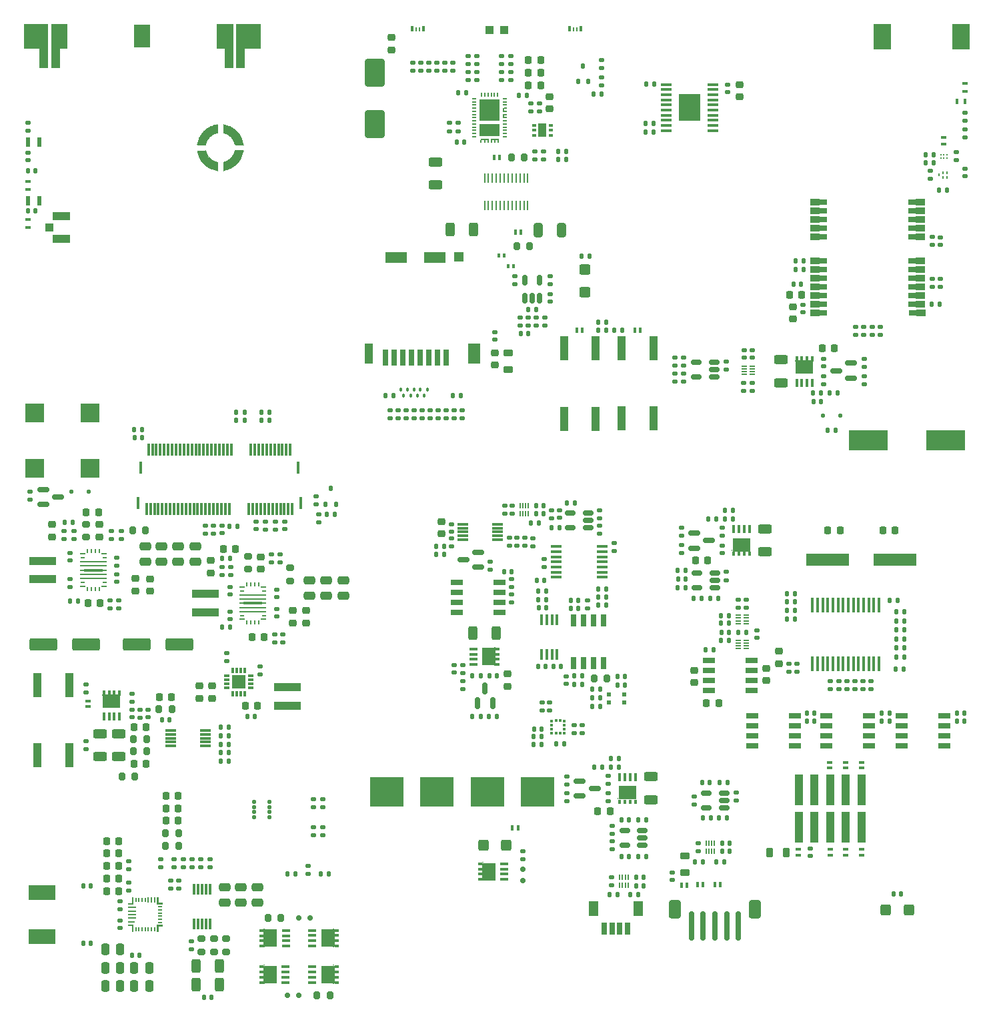
<source format=gbr>
%TF.GenerationSoftware,KiCad,Pcbnew,9.0.0*%
%TF.CreationDate,2025-03-07T13:19:33+01:00*%
%TF.ProjectId,Flatburn_V4,466c6174-6275-4726-9e5f-56342e6b6963,1*%
%TF.SameCoordinates,Original*%
%TF.FileFunction,Paste,Top*%
%TF.FilePolarity,Positive*%
%FSLAX46Y46*%
G04 Gerber Fmt 4.6, Leading zero omitted, Abs format (unit mm)*
G04 Created by KiCad (PCBNEW 9.0.0) date 2025-03-07 13:19:33*
%MOMM*%
%LPD*%
G01*
G04 APERTURE LIST*
G04 Aperture macros list*
%AMRoundRect*
0 Rectangle with rounded corners*
0 $1 Rounding radius*
0 $2 $3 $4 $5 $6 $7 $8 $9 X,Y pos of 4 corners*
0 Add a 4 corners polygon primitive as box body*
4,1,4,$2,$3,$4,$5,$6,$7,$8,$9,$2,$3,0*
0 Add four circle primitives for the rounded corners*
1,1,$1+$1,$2,$3*
1,1,$1+$1,$4,$5*
1,1,$1+$1,$6,$7*
1,1,$1+$1,$8,$9*
0 Add four rect primitives between the rounded corners*
20,1,$1+$1,$2,$3,$4,$5,0*
20,1,$1+$1,$4,$5,$6,$7,0*
20,1,$1+$1,$6,$7,$8,$9,0*
20,1,$1+$1,$8,$9,$2,$3,0*%
%AMFreePoly0*
4,1,9,0.616500,0.298453,1.511850,0.298453,1.511850,-0.298447,0.616500,-0.298447,0.616500,-0.400047,-0.590000,-0.400047,-0.590000,0.400053,0.616500,0.400053,0.616500,0.298453,0.616500,0.298453,$1*%
%AMFreePoly1*
4,1,9,0.603250,0.298450,1.498600,0.298450,1.498600,-0.298450,0.603250,-0.298450,0.603250,-0.400050,-0.603250,-0.400050,-0.603250,0.400050,0.603250,0.400050,0.603250,0.298450,0.603250,0.298450,$1*%
%AMFreePoly2*
4,1,9,0.603250,0.298449,1.498600,0.298449,1.498600,-0.298451,0.603250,-0.298451,0.603250,-0.400001,-0.603250,-0.400001,-0.603250,0.400049,0.603250,0.400049,0.603250,0.298449,0.603250,0.298449,$1*%
%AMFreePoly3*
4,1,9,0.603250,-0.400050,-0.603250,-0.400050,-0.603250,-0.298450,-1.498600,-0.298450,-1.498600,0.298450,-0.603250,0.298450,-0.603250,0.400050,0.603250,0.400050,0.603250,-0.400050,0.603250,-0.400050,$1*%
%AMFreePoly4*
4,1,9,0.603250,-0.400001,-0.603250,-0.400001,-0.603250,-0.298450,-1.498600,-0.298450,-1.498600,0.298450,-0.603250,0.298450,-0.603250,0.400050,0.603250,0.400050,0.603250,-0.400001,0.603250,-0.400001,$1*%
G04 Aperture macros list end*
%ADD10C,0.000000*%
%ADD11C,0.010000*%
%ADD12C,0.100000*%
%ADD13RoundRect,0.150000X0.200000X-0.150000X0.200000X0.150000X-0.200000X0.150000X-0.200000X-0.150000X0*%
%ADD14RoundRect,0.140000X-0.170000X0.140000X-0.170000X-0.140000X0.170000X-0.140000X0.170000X0.140000X0*%
%ADD15RoundRect,0.225000X0.250000X-0.225000X0.250000X0.225000X-0.250000X0.225000X-0.250000X-0.225000X0*%
%ADD16RoundRect,0.135000X-0.135000X-0.185000X0.135000X-0.185000X0.135000X0.185000X-0.135000X0.185000X0*%
%ADD17RoundRect,0.150000X-0.587500X-0.150000X0.587500X-0.150000X0.587500X0.150000X-0.587500X0.150000X0*%
%ADD18RoundRect,0.218750X-0.381250X0.218750X-0.381250X-0.218750X0.381250X-0.218750X0.381250X0.218750X0*%
%ADD19RoundRect,0.225000X-0.225000X-0.250000X0.225000X-0.250000X0.225000X0.250000X-0.225000X0.250000X0*%
%ADD20RoundRect,0.200000X0.275000X-0.200000X0.275000X0.200000X-0.275000X0.200000X-0.275000X-0.200000X0*%
%ADD21RoundRect,0.135000X-0.185000X0.135000X-0.185000X-0.135000X0.185000X-0.135000X0.185000X0.135000X0*%
%ADD22RoundRect,0.250000X0.400000X0.450000X-0.400000X0.450000X-0.400000X-0.450000X0.400000X-0.450000X0*%
%ADD23RoundRect,0.140000X-0.140000X-0.170000X0.140000X-0.170000X0.140000X0.170000X-0.140000X0.170000X0*%
%ADD24RoundRect,0.250000X0.625000X-0.312500X0.625000X0.312500X-0.625000X0.312500X-0.625000X-0.312500X0*%
%ADD25RoundRect,0.140000X0.140000X0.170000X-0.140000X0.170000X-0.140000X-0.170000X0.140000X-0.170000X0*%
%ADD26RoundRect,0.135000X0.185000X-0.135000X0.185000X0.135000X-0.185000X0.135000X-0.185000X-0.135000X0*%
%ADD27RoundRect,0.250000X0.250000X0.475000X-0.250000X0.475000X-0.250000X-0.475000X0.250000X-0.475000X0*%
%ADD28RoundRect,0.225000X-0.250000X0.225000X-0.250000X-0.225000X0.250000X-0.225000X0.250000X0.225000X0*%
%ADD29RoundRect,0.140000X0.170000X-0.140000X0.170000X0.140000X-0.170000X0.140000X-0.170000X-0.140000X0*%
%ADD30RoundRect,0.250000X-0.625000X0.312500X-0.625000X-0.312500X0.625000X-0.312500X0.625000X0.312500X0*%
%ADD31R,0.400000X0.700000*%
%ADD32RoundRect,0.150000X0.587500X0.150000X-0.587500X0.150000X-0.587500X-0.150000X0.587500X-0.150000X0*%
%ADD33R,4.900000X2.500000*%
%ADD34R,0.199999X0.750000*%
%ADD35R,0.699998X0.199999*%
%ADD36R,0.200000X0.599999*%
%ADD37R,0.199996X0.700000*%
%ADD38R,0.700000X0.200000*%
%ADD39R,0.599999X0.200000*%
%ADD40R,0.699999X0.200000*%
%ADD41R,0.199999X0.699998*%
%ADD42R,0.200000X0.700001*%
%ADD43R,0.200000X0.650001*%
%ADD44R,0.200000X0.680001*%
%ADD45R,0.699998X0.200000*%
%ADD46R,0.199998X0.749998*%
%ADD47R,1.000000X0.200000*%
%ADD48R,0.950001X0.200000*%
%ADD49R,0.300000X0.700000*%
%ADD50R,0.250000X0.500000*%
%ADD51RoundRect,0.200000X-0.200000X-0.275000X0.200000X-0.275000X0.200000X0.275000X-0.200000X0.275000X0*%
%ADD52RoundRect,0.250000X0.475000X-0.250000X0.475000X0.250000X-0.475000X0.250000X-0.475000X-0.250000X0*%
%ADD53R,1.475000X0.450000*%
%ADD54R,0.405000X0.990000*%
%ADD55R,0.077000X0.250000*%
%ADD56R,0.405000X0.510000*%
%ADD57R,2.235000X1.725000*%
%ADD58R,5.500000X1.500000*%
%ADD59RoundRect,0.250000X-0.475000X0.250000X-0.475000X-0.250000X0.475000X-0.250000X0.475000X0.250000X0*%
%ADD60RoundRect,0.135000X0.135000X0.185000X-0.135000X0.185000X-0.135000X-0.185000X0.135000X-0.185000X0*%
%ADD61R,0.750000X0.190000*%
%ADD62RoundRect,0.112500X-0.112500X-0.237500X0.112500X-0.237500X0.112500X0.237500X-0.112500X0.237500X0*%
%ADD63R,0.450000X1.425000*%
%ADD64RoundRect,0.218750X0.256250X-0.218750X0.256250X0.218750X-0.256250X0.218750X-0.256250X-0.218750X0*%
%ADD65RoundRect,0.225000X0.225000X0.250000X-0.225000X0.250000X-0.225000X-0.250000X0.225000X-0.250000X0*%
%ADD66R,2.200000X3.200000*%
%ADD67RoundRect,0.150000X0.150000X-0.587500X0.150000X0.587500X-0.150000X0.587500X-0.150000X-0.587500X0*%
%ADD68RoundRect,0.250000X-1.500000X-0.550000X1.500000X-0.550000X1.500000X0.550000X-1.500000X0.550000X0*%
%ADD69RoundRect,0.250000X-0.450000X0.400000X-0.450000X-0.400000X0.450000X-0.400000X0.450000X0.400000X0*%
%ADD70R,0.270000X1.300000*%
%ADD71R,1.050000X1.050000*%
%ADD72R,2.200000X1.050000*%
%ADD73R,1.500000X0.650000*%
%ADD74R,0.540000X0.560000*%
%ADD75R,0.990000X0.405000*%
%ADD76R,0.250000X0.077000*%
%ADD77R,0.510000X0.405000*%
%ADD78R,1.725000X2.235000*%
%ADD79R,1.400000X0.300000*%
%ADD80R,0.700000X0.400000*%
%ADD81R,4.240000X3.810000*%
%ADD82R,3.400000X0.980000*%
%ADD83RoundRect,0.056250X-0.188750X-0.168750X0.188750X-0.168750X0.188750X0.168750X-0.188750X0.168750X0*%
%ADD84R,0.190000X0.750000*%
%ADD85RoundRect,0.250001X-0.499999X-0.899999X0.499999X-0.899999X0.499999X0.899999X-0.499999X0.899999X0*%
%ADD86RoundRect,0.175000X-0.175000X-1.675000X0.175000X-1.675000X0.175000X1.675000X-0.175000X1.675000X0*%
%ADD87RoundRect,0.150000X0.512500X0.150000X-0.512500X0.150000X-0.512500X-0.150000X0.512500X-0.150000X0*%
%ADD88R,0.700000X2.000000*%
%ADD89R,2.700000X1.400000*%
%ADD90R,1.000000X2.600000*%
%ADD91R,1.200000X1.200000*%
%ADD92R,1.500000X2.600000*%
%ADD93R,0.650000X1.500000*%
%ADD94R,0.200000X0.550000*%
%ADD95R,0.550000X0.200000*%
%ADD96R,0.200000X0.350000*%
%ADD97R,0.350000X0.200000*%
%ADD98R,2.650000X2.720000*%
%ADD99R,2.650000X1.530000*%
%ADD100R,1.100000X0.200000*%
%ADD101R,0.200000X0.600000*%
%ADD102R,2.000000X3.000000*%
%ADD103R,0.600000X0.350000*%
%ADD104R,1.100000X1.700000*%
%ADD105R,1.020000X3.900000*%
%ADD106RoundRect,0.125000X-0.125000X-0.125000X0.125000X-0.125000X0.125000X0.125000X-0.125000X0.125000X0*%
%ADD107R,3.400000X1.850000*%
%ADD108RoundRect,0.250000X-0.325000X-0.650000X0.325000X-0.650000X0.325000X0.650000X-0.325000X0.650000X0*%
%ADD109RoundRect,0.150000X0.150000X0.200000X-0.150000X0.200000X-0.150000X-0.200000X0.150000X-0.200000X0*%
%ADD110RoundRect,0.250000X0.312500X0.625000X-0.312500X0.625000X-0.312500X-0.625000X0.312500X-0.625000X0*%
%ADD111R,2.489200X2.489200*%
%ADD112R,0.410000X0.660000*%
%ADD113R,0.250000X0.600000*%
%ADD114R,0.650000X0.250000*%
%ADD115R,0.600000X0.250000*%
%ADD116R,3.400000X0.250000*%
%ADD117R,0.525000X0.250000*%
%ADD118R,2.350000X0.330000*%
%ADD119R,0.270000X0.345000*%
%ADD120RoundRect,0.075000X-0.075000X0.175000X-0.075000X-0.175000X0.075000X-0.175000X0.075000X0.175000X0*%
%ADD121RoundRect,0.200000X0.200000X0.275000X-0.200000X0.275000X-0.200000X-0.275000X0.200000X-0.275000X0*%
%ADD122RoundRect,0.218750X0.218750X0.381250X-0.218750X0.381250X-0.218750X-0.381250X0.218750X-0.381250X0*%
%ADD123R,1.000000X3.100000*%
%ADD124R,0.660000X0.410000*%
%ADD125RoundRect,0.250000X1.500000X0.550000X-1.500000X0.550000X-1.500000X-0.550000X1.500000X-0.550000X0*%
%ADD126RoundRect,0.250000X1.000000X-1.500000X1.000000X1.500000X-1.000000X1.500000X-1.000000X-1.500000X0*%
%ADD127R,2.750000X3.430000*%
%ADD128RoundRect,0.150000X-0.150000X-0.200000X0.150000X-0.200000X0.150000X0.200000X-0.150000X0.200000X0*%
%ADD129R,1.000000X1.000000*%
%ADD130R,0.450000X1.850000*%
%ADD131R,0.250000X0.250000*%
%ADD132R,0.300000X1.550000*%
%ADD133FreePoly0,180.000000*%
%ADD134FreePoly1,180.000000*%
%ADD135FreePoly2,180.000000*%
%ADD136FreePoly3,180.000000*%
%ADD137FreePoly4,180.000000*%
%ADD138R,0.800000X0.300000*%
%ADD139R,0.300000X0.800000*%
%ADD140R,1.700000X1.700000*%
%ADD141R,0.300000X0.550000*%
%ADD142R,1.295400X1.905000*%
%ADD143R,0.660400X1.549400*%
%ADD144R,0.570000X1.150000*%
%ADD145R,0.376600X0.304800*%
%ADD146R,0.304800X0.376600*%
%ADD147R,0.300000X1.400000*%
%ADD148RoundRect,0.150000X0.150000X-0.512500X0.150000X0.512500X-0.150000X0.512500X-0.150000X-0.512500X0*%
%ADD149RoundRect,0.250000X-0.312500X-0.625000X0.312500X-0.625000X0.312500X0.625000X-0.312500X0.625000X0*%
%ADD150R,0.650000X0.350000*%
G04 APERTURE END LIST*
D10*
%TO.C,U2*%
G36*
X79770000Y-197218207D02*
G01*
X79770003Y-198068208D01*
X79769999Y-198118208D01*
X79070001Y-198118208D01*
X79069999Y-198068208D01*
X79069999Y-197968208D01*
X79070001Y-197918208D01*
X79570001Y-197918208D01*
X79570001Y-197218210D01*
X79570000Y-197168208D01*
X79770000Y-197168208D01*
X79770000Y-197218207D01*
G37*
G36*
X79770003Y-200668208D02*
G01*
X79770000Y-201568208D01*
X79720001Y-201568206D01*
X79620001Y-201568206D01*
X79570001Y-201568208D01*
X79570001Y-200818208D01*
X79070001Y-200818208D01*
X79069999Y-200768208D01*
X79069999Y-200668208D01*
X79070001Y-200618208D01*
X79769999Y-200618208D01*
X79770003Y-200668208D01*
G37*
G36*
X82969999Y-197868208D02*
G01*
X83470000Y-197868208D01*
X83469998Y-197918208D01*
X83470001Y-198018208D01*
X83470000Y-198068211D01*
X82819999Y-198068208D01*
X82770000Y-198068208D01*
X82770000Y-197168208D01*
X82819999Y-197168210D01*
X82919999Y-197168210D01*
X82970000Y-197168208D01*
X82969999Y-197868208D01*
G37*
G36*
X83470001Y-200718208D02*
G01*
X83470001Y-200818208D01*
X83470000Y-200868208D01*
X82969999Y-200868208D01*
X82970000Y-201568208D01*
X82919999Y-201568206D01*
X82819999Y-201568206D01*
X82770000Y-201568208D01*
X82770000Y-200718208D01*
X82770000Y-200668208D01*
X83470000Y-200668208D01*
X83470001Y-200718208D01*
G37*
D11*
%TO.C,ANT1*%
X68845000Y-91872500D02*
X67845000Y-91872500D01*
X67845000Y-89372500D01*
X65845000Y-89372500D01*
X65845000Y-86372500D01*
X68845000Y-86372500D01*
X68845000Y-91872500D01*
G36*
X68845000Y-91872500D02*
G01*
X67845000Y-91872500D01*
X67845000Y-89372500D01*
X65845000Y-89372500D01*
X65845000Y-86372500D01*
X68845000Y-86372500D01*
X68845000Y-91872500D01*
G37*
X71345000Y-89372500D02*
X70345000Y-89372500D01*
X70345000Y-91872500D01*
X69345000Y-91872500D01*
X69345000Y-86372500D01*
X71345000Y-86372500D01*
X71345000Y-89372500D01*
G36*
X71345000Y-89372500D02*
G01*
X70345000Y-89372500D01*
X70345000Y-91872500D01*
X69345000Y-91872500D01*
X69345000Y-86372500D01*
X71345000Y-86372500D01*
X71345000Y-89372500D01*
G37*
X92345000Y-91872500D02*
X91345000Y-91872500D01*
X91345000Y-89372500D01*
X90345000Y-89372500D01*
X90345000Y-86372500D01*
X92345000Y-86372500D01*
X92345000Y-91872500D01*
G36*
X92345000Y-91872500D02*
G01*
X91345000Y-91872500D01*
X91345000Y-89372500D01*
X90345000Y-89372500D01*
X90345000Y-86372500D01*
X92345000Y-86372500D01*
X92345000Y-91872500D01*
G37*
X95845000Y-89372500D02*
X93845000Y-89372500D01*
X93845000Y-91872500D01*
X92845000Y-91872500D01*
X92845000Y-86372500D01*
X95845000Y-86372500D01*
X95845000Y-89372500D01*
G36*
X95845000Y-89372500D02*
G01*
X93845000Y-89372500D01*
X93845000Y-91872500D01*
X92845000Y-91872500D01*
X92845000Y-86372500D01*
X95845000Y-86372500D01*
X95845000Y-89372500D01*
G37*
D12*
%TO.C,OBJ1*%
X88935000Y-101660000D02*
X87885000Y-101660000D01*
X88935000Y-102405000D02*
X87885000Y-102405000D01*
X90435000Y-100155000D02*
X90435000Y-99105000D01*
X90440000Y-103905000D02*
X90440000Y-104955000D01*
X91180000Y-100155000D02*
X91180000Y-99105000D01*
X91185000Y-103905000D02*
X91185000Y-104955000D01*
X92685000Y-101655000D02*
X93735000Y-101655000D01*
X92685000Y-102400000D02*
X93735000Y-102400000D01*
X87885000Y-101658026D02*
G75*
G02*
X90424853Y-99105000I2933511J-378488D01*
G01*
X88945000Y-101655272D02*
G75*
G02*
X90433815Y-100165760I1848555J-358875D01*
G01*
X90435272Y-103895000D02*
G75*
G02*
X88945760Y-102406185I358875J1848555D01*
G01*
X90438026Y-104955000D02*
G75*
G02*
X87885000Y-102415147I378488J2933511D01*
G01*
X91181974Y-99105000D02*
G75*
G02*
X93735000Y-101644853I-378488J-2933511D01*
G01*
X91184728Y-100165000D02*
G75*
G02*
X92674240Y-101653815I-358875J-1848555D01*
G01*
X92675000Y-102404728D02*
G75*
G02*
X91186185Y-103894240I-1848555J358875D01*
G01*
X93735000Y-102401974D02*
G75*
G02*
X91195147Y-104955000I-2933511J378488D01*
G01*
D10*
G36*
X88975780Y-102483727D02*
G01*
X89041444Y-102734619D01*
X89144164Y-102972752D01*
X89281595Y-103192687D01*
X89450598Y-103389402D01*
X89647313Y-103558405D01*
X89867248Y-103695836D01*
X90105381Y-103798556D01*
X90356273Y-103864220D01*
X90460000Y-103880000D01*
X90460000Y-104980000D01*
X90315633Y-104940000D01*
X89982634Y-104850000D01*
X89660133Y-104740000D01*
X89352275Y-104610000D01*
X89063020Y-104440000D01*
X88830000Y-104225495D01*
X88590795Y-104008022D01*
X88342572Y-103720000D01*
X88213714Y-103435837D01*
X88082057Y-103112795D01*
X87942238Y-102819067D01*
X87900000Y-102524367D01*
X87900000Y-102415000D01*
X88967355Y-102415000D01*
X88975780Y-102483727D01*
G37*
G36*
X90425000Y-100187355D02*
G01*
X90356273Y-100195780D01*
X90105381Y-100261444D01*
X89867248Y-100364164D01*
X89647313Y-100501595D01*
X89450598Y-100670598D01*
X89281595Y-100867313D01*
X89144164Y-101087248D01*
X89041444Y-101325381D01*
X88975780Y-101576273D01*
X88960000Y-101680000D01*
X87860000Y-101680000D01*
X87900000Y-101535633D01*
X87990000Y-101202634D01*
X88100000Y-100880133D01*
X88230000Y-100572275D01*
X88400000Y-100283020D01*
X88614505Y-100050000D01*
X88831978Y-99810795D01*
X89120000Y-99562572D01*
X89404163Y-99433714D01*
X89727205Y-99302057D01*
X90020933Y-99162238D01*
X90315633Y-99120000D01*
X90425000Y-99120000D01*
X90425000Y-100187355D01*
G37*
G36*
X93720000Y-102524367D02*
G01*
X93630000Y-102857366D01*
X93520000Y-103179867D01*
X93390000Y-103487725D01*
X93220000Y-103776980D01*
X93005495Y-104010000D01*
X92788022Y-104249205D01*
X92500000Y-104497428D01*
X92215837Y-104626286D01*
X91892795Y-104757943D01*
X91599067Y-104897762D01*
X91304367Y-104940000D01*
X91195000Y-104940000D01*
X91195000Y-103872645D01*
X91263727Y-103864220D01*
X91514619Y-103798556D01*
X91752752Y-103695836D01*
X91972687Y-103558405D01*
X92169402Y-103389402D01*
X92338405Y-103192687D01*
X92475836Y-102972752D01*
X92578556Y-102734619D01*
X92644220Y-102483727D01*
X92660000Y-102380000D01*
X93760000Y-102380000D01*
X93720000Y-102524367D01*
G37*
G36*
X91304367Y-99120000D02*
G01*
X91637366Y-99210000D01*
X91959867Y-99320000D01*
X92267725Y-99450000D01*
X92556980Y-99620000D01*
X92790000Y-99834505D01*
X93029205Y-100051978D01*
X93277428Y-100340000D01*
X93406286Y-100624163D01*
X93537943Y-100947205D01*
X93677762Y-101240933D01*
X93720000Y-101535633D01*
X93720000Y-101645000D01*
X92652645Y-101645000D01*
X92644220Y-101576273D01*
X92578556Y-101325381D01*
X92475836Y-101087248D01*
X92338405Y-100867313D01*
X92169402Y-100670598D01*
X91972687Y-100501595D01*
X91752752Y-100364164D01*
X91514619Y-100261444D01*
X91263727Y-100195780D01*
X91160000Y-100180000D01*
X91160000Y-99080000D01*
X91304367Y-99120000D01*
G37*
%TD*%
D13*
%TO.C,DZ1*%
X129250000Y-193620000D03*
X129250000Y-195020000D03*
%TD*%
D14*
%TO.C,C35*%
X73785000Y-177380000D03*
X73785000Y-178340000D03*
%TD*%
D15*
%TO.C,C53*%
X99990000Y-162345000D03*
X99990000Y-160795000D03*
%TD*%
D16*
%TO.C,R160*%
X167920000Y-137861527D03*
X168940000Y-137861527D03*
%TD*%
D17*
%TO.C,Q14*%
X136452500Y-182420000D03*
X136452500Y-184320000D03*
X138327500Y-183370000D03*
%TD*%
%TO.C,Q15*%
X150995000Y-150947000D03*
X150995000Y-152847000D03*
X152870000Y-151897000D03*
%TD*%
D18*
%TO.C,L2*%
X149750000Y-191907500D03*
X149750000Y-194032500D03*
%TD*%
D14*
%TO.C,C66*%
X77640000Y-156200000D03*
X77640000Y-157160000D03*
%TD*%
D19*
%TO.C,C70*%
X73795000Y-148280000D03*
X75345000Y-148280000D03*
%TD*%
D20*
%TO.C,R44*%
X91530000Y-204085000D03*
X91530000Y-202435000D03*
%TD*%
D21*
%TO.C,R19*%
X130700000Y-102540000D03*
X130700000Y-103560000D03*
%TD*%
D22*
%TO.C,TVS2*%
X178200000Y-198750000D03*
X175300000Y-198750000D03*
%TD*%
D23*
%TO.C,C87*%
X140410000Y-179570000D03*
X141370000Y-179570000D03*
%TD*%
D21*
%TO.C,R121*%
X118310000Y-91270000D03*
X118310000Y-92290000D03*
%TD*%
D17*
%TO.C,Q16*%
X68342500Y-145440000D03*
X68342500Y-147340000D03*
X70217500Y-146390000D03*
%TD*%
D21*
%TO.C,R15*%
X122300000Y-92410000D03*
X122300000Y-93430000D03*
%TD*%
D24*
%TO.C,R80*%
X161972500Y-131884027D03*
X161972500Y-128959027D03*
%TD*%
D14*
%TO.C,C49*%
X92030000Y-160930000D03*
X92030000Y-161890000D03*
%TD*%
D25*
%TO.C,C96*%
X129880000Y-125600000D03*
X128920000Y-125600000D03*
%TD*%
D21*
%TO.C,R210*%
X156305837Y-183905909D03*
X156305837Y-184925909D03*
%TD*%
%TO.C,R102*%
X149370000Y-152487000D03*
X149370000Y-153507000D03*
%TD*%
D16*
%TO.C,R157*%
X163820000Y-117470000D03*
X164840000Y-117470000D03*
%TD*%
D19*
%TO.C,C11*%
X129925000Y-92520000D03*
X131475000Y-92520000D03*
%TD*%
D26*
%TO.C,R29*%
X79140000Y-193630000D03*
X79140000Y-192610000D03*
%TD*%
%TO.C,R136*%
X102942500Y-147290000D03*
X102942500Y-146270000D03*
%TD*%
D21*
%TO.C,R117*%
X96559603Y-149489603D03*
X96559603Y-150509603D03*
%TD*%
D25*
%TO.C,C19*%
X80535000Y-204520000D03*
X79575000Y-204520000D03*
%TD*%
D27*
%TO.C,C24*%
X78110000Y-203795709D03*
X76210000Y-203795709D03*
%TD*%
D15*
%TO.C,C64*%
X81860000Y-158295000D03*
X81860000Y-156745000D03*
%TD*%
D26*
%TO.C,R168*%
X181170000Y-119670000D03*
X181170000Y-118650000D03*
%TD*%
D25*
%TO.C,C129*%
X133830000Y-150300000D03*
X132870000Y-150300000D03*
%TD*%
D28*
%TO.C,C89*%
X127230000Y-168832500D03*
X127230000Y-170382500D03*
%TD*%
D25*
%TO.C,C117*%
X164510000Y-119400000D03*
X163550000Y-119400000D03*
%TD*%
D29*
%TO.C,C51*%
X92030000Y-158760000D03*
X92030000Y-157800000D03*
%TD*%
D21*
%TO.C,R122*%
X116286000Y-91270000D03*
X116286000Y-92290000D03*
%TD*%
D16*
%TO.C,R32*%
X103525000Y-194180000D03*
X104545000Y-194180000D03*
%TD*%
D23*
%TO.C,C136*%
X141215000Y-170205000D03*
X142175000Y-170205000D03*
%TD*%
D16*
%TO.C,R99*%
X124920000Y-174232500D03*
X125940000Y-174232500D03*
%TD*%
D30*
%TO.C,R82*%
X159970000Y-150409500D03*
X159970000Y-153334500D03*
%TD*%
D28*
%TO.C,C76*%
X89760802Y-170350588D03*
X89760802Y-171900588D03*
%TD*%
D16*
%TO.C,R62*%
X91050000Y-162920000D03*
X92070000Y-162920000D03*
%TD*%
D31*
%TO.C,TVS22*%
X143400000Y-125190000D03*
X144100000Y-125190000D03*
%TD*%
D32*
%TO.C,Q13*%
X170910000Y-131284027D03*
X170910000Y-129384027D03*
X169035000Y-130334027D03*
%TD*%
D33*
%TO.C,C115*%
X173030200Y-139150000D03*
X182929800Y-139150000D03*
%TD*%
D25*
%TO.C,C15*%
X74380000Y-203020000D03*
X73420000Y-203020000D03*
%TD*%
D26*
%TO.C,R132*%
X114400000Y-136400000D03*
X114400000Y-135380000D03*
%TD*%
D14*
%TO.C,C55*%
X97960000Y-160600000D03*
X97960000Y-161560000D03*
%TD*%
D21*
%TO.C,R173*%
X103830000Y-188250000D03*
X103830000Y-189270000D03*
%TD*%
D34*
%TO.C,U2*%
X79670001Y-201193208D03*
D35*
X79420000Y-200718207D03*
D36*
X80070000Y-201268207D03*
X80469999Y-201268207D03*
X80870001Y-201268207D03*
X81270000Y-201268207D03*
X81669999Y-201268207D03*
X82070001Y-201268207D03*
X82470000Y-201268207D03*
D37*
X82870000Y-201218208D03*
D38*
X83120000Y-200768208D03*
D39*
X83169999Y-200368209D03*
X83169999Y-199968207D03*
X83169999Y-199568208D03*
X83169999Y-199168208D03*
X83169999Y-198768209D03*
X83169999Y-198368207D03*
D40*
X83120000Y-197968208D03*
D41*
X82869999Y-197518209D03*
D42*
X82470000Y-197518209D03*
D43*
X82069998Y-197493208D03*
D44*
X81669999Y-197508209D03*
D36*
X81270000Y-197468209D03*
X80870001Y-197468209D03*
X80469999Y-197468209D03*
X80070000Y-197468209D03*
D45*
X79420000Y-198018208D03*
D46*
X79670000Y-197543209D03*
D47*
X79570001Y-198468207D03*
X79570001Y-198918209D03*
X79570001Y-199368208D03*
X79570001Y-199818207D03*
D48*
X79545000Y-200268209D03*
%TD*%
D26*
%TO.C,R66*%
X77006667Y-151700000D03*
X77006667Y-150680000D03*
%TD*%
D14*
%TO.C,C98*%
X95380000Y-149499603D03*
X95380000Y-150459603D03*
%TD*%
D15*
%TO.C,C57*%
X89560000Y-155985000D03*
X89560000Y-154435000D03*
%TD*%
D26*
%TO.C,R96*%
X172572500Y-132031527D03*
X172572500Y-131011527D03*
%TD*%
%TO.C,R196*%
X130470000Y-152610000D03*
X130470000Y-151590000D03*
%TD*%
D49*
%TO.C,LD3*%
X135180000Y-86910000D03*
D50*
X135655000Y-87010000D03*
X136105000Y-87010000D03*
D49*
X136580000Y-86910000D03*
%TD*%
D21*
%TO.C,R76*%
X76830000Y-159530000D03*
X76830000Y-160550000D03*
%TD*%
D51*
%TO.C,R35*%
X83875000Y-190620000D03*
X85525000Y-190620000D03*
%TD*%
D16*
%TO.C,R63*%
X71720000Y-159580000D03*
X72740000Y-159580000D03*
%TD*%
D29*
%TO.C,C106*%
X66410000Y-103640000D03*
X66410000Y-102680000D03*
%TD*%
D25*
%TO.C,C135*%
X132165000Y-160428000D03*
X131205000Y-160428000D03*
%TD*%
D23*
%TO.C,C81*%
X124950000Y-169032500D03*
X125910000Y-169032500D03*
%TD*%
D52*
%TO.C,C41*%
X95510000Y-197820000D03*
X95510000Y-195920000D03*
%TD*%
D27*
%TO.C,C26*%
X78110000Y-208425709D03*
X76210000Y-208425709D03*
%TD*%
D16*
%TO.C,R193*%
X138790000Y-159080286D03*
X139810000Y-159080286D03*
%TD*%
%TO.C,R153*%
X182031000Y-107431600D03*
X183051000Y-107431600D03*
%TD*%
%TO.C,R245*%
X154360251Y-162405644D03*
X155380251Y-162405644D03*
%TD*%
D53*
%TO.C,U14*%
X139298000Y-156560000D03*
X139298000Y-155910000D03*
X139298000Y-155260000D03*
X139298000Y-154610000D03*
X139298000Y-153960000D03*
X139298000Y-153310000D03*
X139298000Y-152660000D03*
X133422000Y-152660000D03*
X133422000Y-153310000D03*
X133422000Y-153960000D03*
X133422000Y-154610000D03*
X133422000Y-155260000D03*
X133422000Y-155910000D03*
X133422000Y-156560000D03*
%TD*%
D21*
%TO.C,R91*%
X140090000Y-181760000D03*
X140090000Y-182780000D03*
%TD*%
D29*
%TO.C,C52*%
X71700000Y-154450000D03*
X71700000Y-153490000D03*
%TD*%
D21*
%TO.C,R101*%
X134790000Y-183960000D03*
X134790000Y-184980000D03*
%TD*%
D26*
%TO.C,R185*%
X127900000Y-148510000D03*
X127900000Y-147490000D03*
%TD*%
D14*
%TO.C,C4*%
X148140000Y-194020000D03*
X148140000Y-194980000D03*
%TD*%
D29*
%TO.C,C85*%
X120530000Y-168632500D03*
X120530000Y-167672500D03*
%TD*%
D26*
%TO.C,R204*%
X140593853Y-191105772D03*
X140593853Y-190085772D03*
%TD*%
%TO.C,R158*%
X171457672Y-125776720D03*
X171457672Y-124756720D03*
%TD*%
D54*
%TO.C,Q7*%
X76020000Y-174260000D03*
X76680000Y-174260000D03*
X77340000Y-174260000D03*
X78000000Y-174260000D03*
D55*
X78164000Y-171530000D03*
D56*
X78000000Y-171150000D03*
X77340000Y-171150000D03*
X76680000Y-171150000D03*
D55*
X75856000Y-171530000D03*
D56*
X76020000Y-171150000D03*
D57*
X77010000Y-172267000D03*
%TD*%
D58*
%TO.C,Y1*%
X167930000Y-154300000D03*
X176430000Y-154300000D03*
%TD*%
D59*
%TO.C,C63*%
X106420000Y-156980000D03*
X106420000Y-158880000D03*
%TD*%
D16*
%TO.C,R57*%
X90830000Y-179890000D03*
X91850000Y-179890000D03*
%TD*%
D26*
%TO.C,R65*%
X70953333Y-151700000D03*
X70953333Y-150680000D03*
%TD*%
D54*
%TO.C,Q10*%
X143482000Y-181915000D03*
X142822000Y-181915000D03*
X142162000Y-181915000D03*
X141502000Y-181915000D03*
D55*
X141338000Y-184645000D03*
D56*
X141502000Y-185025000D03*
X142162000Y-185025000D03*
X142822000Y-185025000D03*
D55*
X143646000Y-184645000D03*
D56*
X143482000Y-185025000D03*
D57*
X142492000Y-183908000D03*
%TD*%
D21*
%TO.C,R172*%
X131630000Y-172470000D03*
X131630000Y-173490000D03*
%TD*%
D14*
%TO.C,C166*%
X164030000Y-167550000D03*
X164030000Y-168510000D03*
%TD*%
D60*
%TO.C,R187*%
X136770000Y-169070000D03*
X135750000Y-169070000D03*
%TD*%
D20*
%TO.C,R68*%
X94325585Y-155553126D03*
X94325585Y-153903126D03*
%TD*%
D16*
%TO.C,R95*%
X122820000Y-174232500D03*
X123840000Y-174232500D03*
%TD*%
D23*
%TO.C,C151*%
X141733853Y-187335772D03*
X142693853Y-187335772D03*
%TD*%
D25*
%TO.C,C147*%
X152945837Y-182575909D03*
X151985837Y-182575909D03*
%TD*%
D21*
%TO.C,R124*%
X115280000Y-91270000D03*
X115280000Y-92290000D03*
%TD*%
D61*
%TO.C,U11*%
X157300000Y-129766527D03*
X157300000Y-130116527D03*
X157300000Y-130466527D03*
X157300000Y-130816527D03*
X158300000Y-130816527D03*
X158300000Y-130466527D03*
X158300000Y-130116527D03*
X158300000Y-129766527D03*
%TD*%
D14*
%TO.C,C118*%
X164790000Y-121960000D03*
X164790000Y-122920000D03*
%TD*%
D28*
%TO.C,C105*%
X125620000Y-128075000D03*
X125620000Y-129625000D03*
%TD*%
D15*
%TO.C,C69*%
X75493333Y-151415000D03*
X75493333Y-149865000D03*
%TD*%
D29*
%TO.C,C156*%
X158900000Y-164260000D03*
X158900000Y-163300000D03*
%TD*%
D60*
%TO.C,R88*%
X123840000Y-169032500D03*
X122820000Y-169032500D03*
%TD*%
D26*
%TO.C,R175*%
X140810000Y-153250000D03*
X140810000Y-152230000D03*
%TD*%
D21*
%TO.C,R182*%
X132830000Y-148040000D03*
X132830000Y-149060000D03*
%TD*%
%TO.C,R177*%
X138950000Y-149980000D03*
X138950000Y-151000000D03*
%TD*%
D62*
%TO.C,Q17*%
X104182500Y-147280000D03*
X105482500Y-147280000D03*
X104832500Y-145280000D03*
%TD*%
D60*
%TO.C,R107*%
X97040000Y-136660000D03*
X96020000Y-136660000D03*
%TD*%
D32*
%TO.C,Q18*%
X123527500Y-155290000D03*
X123527500Y-153390000D03*
X121652500Y-154340000D03*
%TD*%
D63*
%TO.C,U20*%
X133550000Y-161966000D03*
X132900000Y-161966000D03*
X132250000Y-161966000D03*
X131600000Y-161966000D03*
X131600000Y-166390000D03*
X132250000Y-166390000D03*
X132900000Y-166390000D03*
X133550000Y-166390000D03*
%TD*%
D25*
%TO.C,C141*%
X139780000Y-158045286D03*
X138820000Y-158045286D03*
%TD*%
D23*
%TO.C,C133*%
X133075000Y-167898000D03*
X134035000Y-167898000D03*
%TD*%
D64*
%TO.C,L16*%
X161710000Y-167537500D03*
X161710000Y-165962500D03*
%TD*%
D65*
%TO.C,C116*%
X164605000Y-120700000D03*
X163055000Y-120700000D03*
%TD*%
D60*
%TO.C,R27*%
X139225000Y-95245000D03*
X138205000Y-95245000D03*
%TD*%
D66*
%TO.C,ANT2*%
X184857500Y-87972500D03*
X174857500Y-87972500D03*
%TD*%
D67*
%TO.C,Q12*%
X123480000Y-172570000D03*
X125380000Y-172570000D03*
X124430000Y-170695000D03*
%TD*%
D21*
%TO.C,R9*%
X126500000Y-90410000D03*
X126500000Y-91430000D03*
%TD*%
D54*
%TO.C,Q11*%
X157962000Y-150442000D03*
X157302000Y-150442000D03*
X156642000Y-150442000D03*
X155982000Y-150442000D03*
D55*
X155818000Y-153172000D03*
D56*
X155982000Y-153552000D03*
X156642000Y-153552000D03*
X157302000Y-153552000D03*
D55*
X158126000Y-153172000D03*
D56*
X157962000Y-153552000D03*
D57*
X156972000Y-152435000D03*
%TD*%
D15*
%TO.C,C65*%
X80000000Y-158285000D03*
X80000000Y-156735000D03*
%TD*%
D29*
%TO.C,C82*%
X167372500Y-129801527D03*
X167372500Y-128841527D03*
%TD*%
D68*
%TO.C,C38*%
X80230000Y-165039204D03*
X85630000Y-165039204D03*
%TD*%
D69*
%TO.C,TVS20*%
X137100000Y-117470000D03*
X137100000Y-120370000D03*
%TD*%
D65*
%TO.C,C56*%
X96375000Y-164120000D03*
X94825000Y-164120000D03*
%TD*%
D60*
%TO.C,R188*%
X132195000Y-158308000D03*
X131175000Y-158308000D03*
%TD*%
D26*
%TO.C,R229*%
X170340000Y-170760000D03*
X170340000Y-169740000D03*
%TD*%
%TO.C,R197*%
X127490000Y-152570000D03*
X127490000Y-151550000D03*
%TD*%
D14*
%TO.C,C50*%
X71700000Y-156820000D03*
X71700000Y-157780000D03*
%TD*%
D70*
%TO.C,J3*%
X124350000Y-105860000D03*
X124850000Y-105860000D03*
X125350000Y-105860000D03*
X125850000Y-105860000D03*
X126350000Y-105860000D03*
X126850000Y-105860000D03*
X127350000Y-105860000D03*
X127850000Y-105860000D03*
X128350000Y-105860000D03*
X128850000Y-105860000D03*
X129350000Y-105860000D03*
X129850000Y-105860000D03*
X129850000Y-109360000D03*
X129350000Y-109360000D03*
X128850000Y-109360000D03*
X128350000Y-109360000D03*
X127850000Y-109360000D03*
X127350000Y-109360000D03*
X126850000Y-109360000D03*
X126350000Y-109360000D03*
X125850000Y-109360000D03*
X125350000Y-109360000D03*
X124850000Y-109360000D03*
X124350000Y-109360000D03*
%TD*%
D26*
%TO.C,R222*%
X140470000Y-195680000D03*
X140470000Y-194660000D03*
%TD*%
D71*
%TO.C,J11*%
X69065000Y-112170000D03*
D72*
X70590000Y-110695000D03*
X70590000Y-113645000D03*
%TD*%
D73*
%TO.C,U22*%
X120840000Y-157185000D03*
X120840000Y-158455000D03*
X120840000Y-159725000D03*
X120840000Y-160995000D03*
X126240000Y-160995000D03*
X126240000Y-159725000D03*
X126240000Y-158455000D03*
X126240000Y-157185000D03*
%TD*%
D29*
%TO.C,C126*%
X135770000Y-176310000D03*
X135770000Y-175350000D03*
%TD*%
D21*
%TO.C,R1*%
X129250000Y-191360000D03*
X129250000Y-192380000D03*
%TD*%
D74*
%TO.C,U21*%
X140140000Y-171410000D03*
X142070000Y-171410000D03*
X142070000Y-172420000D03*
X140140000Y-172420000D03*
%TD*%
D29*
%TO.C,C6*%
X131325000Y-97400000D03*
X131325000Y-96440000D03*
%TD*%
D26*
%TO.C,R54*%
X86080000Y-193321626D03*
X86080000Y-192301626D03*
%TD*%
D60*
%TO.C,R85*%
X141400000Y-180670000D03*
X140380000Y-180670000D03*
%TD*%
D75*
%TO.C,Q2*%
X102460000Y-206000000D03*
X102460000Y-206660000D03*
X102460000Y-207320000D03*
X102460000Y-207980000D03*
D76*
X105190000Y-208144000D03*
D77*
X105570000Y-207980000D03*
X105570000Y-207320000D03*
X105570000Y-206660000D03*
D76*
X105190000Y-205836000D03*
D77*
X105570000Y-206000000D03*
D78*
X104453000Y-206990000D03*
%TD*%
D26*
%TO.C,R161*%
X181158203Y-114400000D03*
X181158203Y-113380000D03*
%TD*%
D79*
%TO.C,U23*%
X126020000Y-151810000D03*
X126020000Y-151310000D03*
X126020000Y-150810000D03*
X126020000Y-150310000D03*
X126020000Y-149810000D03*
X121620000Y-149810000D03*
X121620000Y-150310000D03*
X121620000Y-150810000D03*
X121620000Y-151310000D03*
X121620000Y-151810000D03*
%TD*%
D23*
%TO.C,C34*%
X88730000Y-209850000D03*
X89690000Y-209850000D03*
%TD*%
D80*
%TO.C,TVS11*%
X168222500Y-191105000D03*
X168222500Y-191805000D03*
%TD*%
D28*
%TO.C,C119*%
X163540000Y-122225000D03*
X163540000Y-123775000D03*
%TD*%
D81*
%TO.C,F2*%
X111965000Y-183820000D03*
X118335000Y-183820000D03*
%TD*%
D82*
%TO.C,L6*%
X99360802Y-172870588D03*
X99360802Y-170500588D03*
%TD*%
D23*
%TO.C,C9*%
X133720000Y-103520000D03*
X134680000Y-103520000D03*
%TD*%
D19*
%TO.C,C90*%
X167197500Y-127521527D03*
X168747500Y-127521527D03*
%TD*%
D25*
%TO.C,C101*%
X80880000Y-138810000D03*
X79920000Y-138810000D03*
%TD*%
D21*
%TO.C,R21*%
X85500000Y-195090000D03*
X85500000Y-196110000D03*
%TD*%
D83*
%TO.C,U15*%
X97060300Y-185055330D03*
X97060300Y-185705330D03*
X97060300Y-186355330D03*
X97060300Y-187005330D03*
X95120300Y-187005330D03*
X95120300Y-186355330D03*
X95120300Y-185705330D03*
X95120300Y-185055330D03*
%TD*%
D84*
%TO.C,U29*%
X142565000Y-194670000D03*
X142215000Y-194670000D03*
X141865000Y-194670000D03*
X141515000Y-194670000D03*
X141515000Y-195670000D03*
X141865000Y-195670000D03*
X142215000Y-195670000D03*
X142565000Y-195670000D03*
%TD*%
D26*
%TO.C,R154*%
X184281000Y-103641600D03*
X184281000Y-102621600D03*
%TD*%
D16*
%TO.C,R242*%
X162710000Y-159693333D03*
X163730000Y-159693333D03*
%TD*%
D85*
%TO.C,J6*%
X148550000Y-198688301D03*
X158650000Y-198688301D03*
D86*
X150600000Y-200788301D03*
X152100000Y-200788301D03*
X153600000Y-200788301D03*
X155100000Y-200788301D03*
X156600000Y-200788301D03*
%TD*%
D21*
%TO.C,R13*%
X127700000Y-92425000D03*
X127700000Y-93445000D03*
%TD*%
%TO.C,R30*%
X101935000Y-193210000D03*
X101935000Y-194230000D03*
%TD*%
D26*
%TO.C,R14*%
X127700000Y-91430000D03*
X127700000Y-90410000D03*
%TD*%
D60*
%TO.C,R179*%
X131620000Y-177760000D03*
X130600000Y-177760000D03*
%TD*%
D87*
%TO.C,U25*%
X153627500Y-157900000D03*
X153627500Y-156950000D03*
X153627500Y-156000000D03*
X151352500Y-156000000D03*
X151352500Y-157900000D03*
%TD*%
D16*
%TO.C,R240*%
X162710000Y-160766667D03*
X163730000Y-160766667D03*
%TD*%
D60*
%TO.C,R213*%
X149904235Y-155714071D03*
X148884235Y-155714071D03*
%TD*%
%TO.C,R33*%
X100345000Y-194180000D03*
X99325000Y-194180000D03*
%TD*%
D21*
%TO.C,R127*%
X119284000Y-91280000D03*
X119284000Y-92300000D03*
%TD*%
D59*
%TO.C,C72*%
X87650000Y-152660000D03*
X87650000Y-154560000D03*
%TD*%
D65*
%TO.C,C21*%
X85475000Y-187460000D03*
X83925000Y-187460000D03*
%TD*%
D29*
%TO.C,C121*%
X185391000Y-105671600D03*
X185391000Y-104711600D03*
%TD*%
D26*
%TO.C,R31*%
X73735000Y-171145000D03*
X73735000Y-170125000D03*
%TD*%
D25*
%TO.C,C149*%
X149874235Y-156754071D03*
X148914235Y-156754071D03*
%TD*%
D60*
%TO.C,R170*%
X134450000Y-177660000D03*
X133430000Y-177660000D03*
%TD*%
D73*
%TO.C,U34*%
X167760000Y-174145000D03*
X167760000Y-175415000D03*
X167760000Y-176685000D03*
X167760000Y-177955000D03*
X173160000Y-177955000D03*
X173160000Y-176685000D03*
X173160000Y-175415000D03*
X173160000Y-174145000D03*
%TD*%
D59*
%TO.C,C61*%
X102130000Y-156980000D03*
X102130000Y-158880000D03*
%TD*%
D21*
%TO.C,R212*%
X155080000Y-155890000D03*
X155080000Y-156910000D03*
%TD*%
D26*
%TO.C,R72*%
X72206667Y-151700000D03*
X72206667Y-150680000D03*
%TD*%
D88*
%TO.C,J10*%
X119467095Y-128692911D03*
X118367095Y-128692911D03*
X117267095Y-128692911D03*
X116167095Y-128692911D03*
X115067095Y-128692911D03*
X113967095Y-128692911D03*
X112867095Y-128692911D03*
X111767095Y-128692911D03*
D89*
X118067095Y-115992911D03*
D90*
X109667095Y-128192911D03*
D89*
X113167095Y-115992911D03*
D91*
X121117095Y-115892911D03*
D92*
X123017095Y-128192911D03*
%TD*%
D16*
%TO.C,R73*%
X71050000Y-149620000D03*
X72070000Y-149620000D03*
%TD*%
D21*
%TO.C,R119*%
X88930000Y-149990000D03*
X88930000Y-151010000D03*
%TD*%
D16*
%TO.C,R241*%
X162710000Y-158620000D03*
X163730000Y-158620000D03*
%TD*%
D21*
%TO.C,R43*%
X89470000Y-192301626D03*
X89470000Y-193321626D03*
%TD*%
D29*
%TO.C,C94*%
X132650000Y-121600000D03*
X132650000Y-120640000D03*
%TD*%
D26*
%TO.C,R223*%
X151472973Y-191301168D03*
X151472973Y-190281168D03*
%TD*%
D75*
%TO.C,Q3*%
X99110000Y-207984000D03*
X99110000Y-207324000D03*
X99110000Y-206664000D03*
X99110000Y-206004000D03*
D76*
X96380000Y-205840000D03*
D77*
X96000000Y-206004000D03*
X96000000Y-206664000D03*
X96000000Y-207324000D03*
D76*
X96380000Y-208148000D03*
D77*
X96000000Y-207984000D03*
D78*
X97117000Y-206994000D03*
%TD*%
D16*
%TO.C,R235*%
X176590000Y-163230000D03*
X177610000Y-163230000D03*
%TD*%
D21*
%TO.C,R116*%
X97809603Y-149489603D03*
X97809603Y-150509603D03*
%TD*%
D60*
%TO.C,R113*%
X139810000Y-125200000D03*
X138790000Y-125200000D03*
%TD*%
D26*
%TO.C,R203*%
X125040000Y-155620000D03*
X125040000Y-154600000D03*
%TD*%
D93*
%TO.C,U19*%
X135640000Y-167450000D03*
X136910000Y-167450000D03*
X138180000Y-167450000D03*
X139450000Y-167450000D03*
X139450000Y-162050000D03*
X138180000Y-162050000D03*
X136910000Y-162050000D03*
X135640000Y-162050000D03*
%TD*%
D21*
%TO.C,R104*%
X131970000Y-123600000D03*
X131970000Y-124620000D03*
%TD*%
D54*
%TO.C,Q9*%
X163980500Y-131851527D03*
X164640500Y-131851527D03*
X165300500Y-131851527D03*
X165960500Y-131851527D03*
D55*
X166124500Y-129121527D03*
D56*
X165960500Y-128741527D03*
X165300500Y-128741527D03*
X164640500Y-128741527D03*
D55*
X163816500Y-129121527D03*
D56*
X163980500Y-128741527D03*
D57*
X164970500Y-129858527D03*
%TD*%
D23*
%TO.C,C160*%
X154522973Y-191291168D03*
X155482973Y-191291168D03*
%TD*%
D21*
%TO.C,R125*%
X117304000Y-91270000D03*
X117304000Y-92290000D03*
%TD*%
D26*
%TO.C,R176*%
X131900000Y-155260000D03*
X131900000Y-154240000D03*
%TD*%
D14*
%TO.C,C102*%
X155190000Y-94040000D03*
X155190000Y-95000000D03*
%TD*%
D80*
%TO.C,TVS14*%
X170222500Y-180760000D03*
X170222500Y-180060000D03*
%TD*%
D16*
%TO.C,R105*%
X129900000Y-122600000D03*
X130920000Y-122600000D03*
%TD*%
D21*
%TO.C,R181*%
X138950000Y-148070000D03*
X138950000Y-149090000D03*
%TD*%
D23*
%TO.C,C139*%
X135290000Y-160510000D03*
X136250000Y-160510000D03*
%TD*%
D94*
%TO.C,U1*%
X126000000Y-95300000D03*
X125600000Y-95300000D03*
X125200000Y-95300000D03*
X124800000Y-95300000D03*
X124400000Y-95300000D03*
X124000000Y-95300000D03*
D95*
X123075000Y-95825000D03*
X123075000Y-96225000D03*
X123075000Y-96625000D03*
X123075000Y-97025000D03*
X123075000Y-97425000D03*
X123075000Y-97825000D03*
X123075000Y-98225000D03*
X123075000Y-98625000D03*
X123075000Y-99025000D03*
X123075000Y-99425000D03*
X123075000Y-99825000D03*
X123075000Y-100225000D03*
X123075000Y-100625000D03*
D96*
X123900000Y-101250000D03*
X124350000Y-101250000D03*
X124800000Y-101250000D03*
X125200000Y-101250000D03*
X125650000Y-101250000D03*
X126100000Y-101250000D03*
D95*
X126925000Y-100625000D03*
X126925000Y-100225000D03*
X126925000Y-99825000D03*
X126925000Y-99425000D03*
X126925000Y-99025000D03*
X126925000Y-98625000D03*
D97*
X127025000Y-98225000D03*
X127025000Y-97825000D03*
X127025000Y-97425000D03*
X127025000Y-97025000D03*
D95*
X126925000Y-96625000D03*
X126925000Y-96225000D03*
X126925000Y-95825000D03*
D98*
X125000000Y-97260000D03*
D99*
X125000000Y-99785000D03*
D100*
X124350000Y-100974000D03*
X125650000Y-100975000D03*
D101*
X126750000Y-98025000D03*
X126750000Y-97225000D03*
%TD*%
D16*
%TO.C,R156*%
X163820000Y-116383855D03*
X164840000Y-116383855D03*
%TD*%
D29*
%TO.C,C48*%
X81640000Y-174340000D03*
X81640000Y-173380000D03*
%TD*%
D75*
%TO.C,Q1*%
X126880000Y-194906000D03*
X126880000Y-194246000D03*
X126880000Y-193586000D03*
X126880000Y-192926000D03*
D76*
X124150000Y-192762000D03*
D77*
X123770000Y-192926000D03*
X123770000Y-193586000D03*
X123770000Y-194246000D03*
D76*
X124150000Y-195070000D03*
D77*
X123770000Y-194906000D03*
D78*
X124887000Y-193916000D03*
%TD*%
D82*
%TO.C,L5*%
X68250000Y-156825000D03*
X68250000Y-154455000D03*
%TD*%
D16*
%TO.C,R56*%
X90830000Y-176665000D03*
X91850000Y-176665000D03*
%TD*%
D21*
%TO.C,R74*%
X97680000Y-163810000D03*
X97680000Y-164830000D03*
%TD*%
D31*
%TO.C,TVS5*%
X128300000Y-112750000D03*
X129000000Y-112750000D03*
%TD*%
D23*
%TO.C,C172*%
X174790000Y-174800000D03*
X175750000Y-174800000D03*
%TD*%
D21*
%TO.C,R24*%
X139175000Y-93135000D03*
X139175000Y-94155000D03*
%TD*%
D59*
%TO.C,C73*%
X85450000Y-152660000D03*
X85450000Y-154560000D03*
%TD*%
D60*
%TO.C,R164*%
X181351000Y-103951600D03*
X180331000Y-103951600D03*
%TD*%
D29*
%TO.C,C124*%
X102620000Y-185720000D03*
X102620000Y-184760000D03*
%TD*%
D26*
%TO.C,R100*%
X172572500Y-129831527D03*
X172572500Y-128811527D03*
%TD*%
D21*
%TO.C,R87*%
X121630000Y-169722500D03*
X121630000Y-170742500D03*
%TD*%
D31*
%TO.C,TVS17*%
X152105000Y-195600000D03*
X151405000Y-195600000D03*
%TD*%
D26*
%TO.C,R10*%
X123400000Y-93430000D03*
X123400000Y-92410000D03*
%TD*%
D21*
%TO.C,R138*%
X117460000Y-135380000D03*
X117460000Y-136400000D03*
%TD*%
D102*
%TO.C,ANT1*%
X80845000Y-87872500D03*
%TD*%
D26*
%TO.C,R226*%
X168280000Y-170760000D03*
X168280000Y-169740000D03*
%TD*%
D19*
%TO.C,C45*%
X83075000Y-171770000D03*
X84625000Y-171770000D03*
%TD*%
D26*
%TO.C,R93*%
X154570000Y-151307000D03*
X154570000Y-150287000D03*
%TD*%
D103*
%TO.C,TVS3*%
X132750000Y-100470000D03*
X132750000Y-99820000D03*
X132750000Y-99170000D03*
X130650000Y-99170000D03*
X130650000Y-99820000D03*
X130650000Y-100470000D03*
D104*
X131700000Y-99820000D03*
%TD*%
D65*
%TO.C,C29*%
X77895000Y-194818208D03*
X76345000Y-194818208D03*
%TD*%
D15*
%TO.C,C68*%
X69440000Y-151415000D03*
X69440000Y-149865000D03*
%TD*%
D31*
%TO.C,TVS21*%
X136060000Y-125190000D03*
X136760000Y-125190000D03*
%TD*%
D23*
%TO.C,C132*%
X138045000Y-171875000D03*
X139005000Y-171875000D03*
%TD*%
D52*
%TO.C,C42*%
X93440000Y-197820000D03*
X93440000Y-195920000D03*
%TD*%
D16*
%TO.C,R17*%
X128740000Y-95395000D03*
X129760000Y-95395000D03*
%TD*%
D20*
%TO.C,R51*%
X88440000Y-204085000D03*
X88440000Y-202435000D03*
%TD*%
D26*
%TO.C,R40*%
X80650000Y-174360000D03*
X80650000Y-173340000D03*
%TD*%
D25*
%TO.C,C86*%
X167052500Y-134221527D03*
X166092500Y-134221527D03*
%TD*%
D21*
%TO.C,R97*%
X134790000Y-181860000D03*
X134790000Y-182880000D03*
%TD*%
D105*
%TO.C,J5*%
X164230000Y-188260000D03*
X164230000Y-183560000D03*
X166230000Y-188260000D03*
X166230000Y-183560000D03*
X168230000Y-188260000D03*
X168230000Y-183560000D03*
X170230000Y-188260000D03*
X170230000Y-183560000D03*
X172230000Y-188260000D03*
X172230000Y-183560000D03*
%TD*%
D26*
%TO.C,R159*%
X174590000Y-125776720D03*
X174590000Y-124756720D03*
%TD*%
D59*
%TO.C,C62*%
X104275000Y-156980000D03*
X104275000Y-158880000D03*
%TD*%
D106*
%TO.C,D1*%
X71900000Y-145650000D03*
X74100000Y-145650000D03*
%TD*%
D29*
%TO.C,C142*%
X127780000Y-159715000D03*
X127780000Y-158755000D03*
%TD*%
D14*
%TO.C,C33*%
X78110000Y-197695709D03*
X78110000Y-198655709D03*
%TD*%
D21*
%TO.C,R60*%
X98370000Y-153668126D03*
X98370000Y-154688126D03*
%TD*%
D23*
%TO.C,C148*%
X152095837Y-187115909D03*
X153055837Y-187115909D03*
%TD*%
D16*
%TO.C,R149*%
X92090000Y-91270000D03*
X93110000Y-91270000D03*
%TD*%
D29*
%TO.C,C154*%
X157550251Y-160385644D03*
X157550251Y-159425644D03*
%TD*%
%TO.C,C111*%
X148480000Y-131691527D03*
X148480000Y-130731527D03*
%TD*%
D107*
%TO.C,L3*%
X68190000Y-202140709D03*
X68190000Y-196590709D03*
%TD*%
D28*
%TO.C,C146*%
X118920000Y-149505000D03*
X118920000Y-151055000D03*
%TD*%
D108*
%TO.C,C2*%
X131195000Y-112480000D03*
X134145000Y-112480000D03*
%TD*%
D65*
%TO.C,C67*%
X75525000Y-159840000D03*
X73975000Y-159840000D03*
%TD*%
D60*
%TO.C,R207*%
X155155837Y-187125909D03*
X154135837Y-187125909D03*
%TD*%
D19*
%TO.C,C23*%
X83925000Y-185880000D03*
X85475000Y-185880000D03*
%TD*%
D109*
%TO.C,DZ3*%
X100790000Y-199760000D03*
X102190000Y-199760000D03*
%TD*%
D80*
%TO.C,TVS13*%
X168202500Y-180760000D03*
X168202500Y-180060000D03*
%TD*%
D25*
%TO.C,C44*%
X84330000Y-174630000D03*
X83370000Y-174630000D03*
%TD*%
D21*
%TO.C,R118*%
X89965000Y-149990000D03*
X89965000Y-151010000D03*
%TD*%
D16*
%TO.C,R219*%
X151050000Y-192690000D03*
X152070000Y-192690000D03*
%TD*%
D23*
%TO.C,C158*%
X143590000Y-195710000D03*
X144550000Y-195710000D03*
%TD*%
D31*
%TO.C,TVS1*%
X127900000Y-188370000D03*
X128600000Y-188370000D03*
%TD*%
D23*
%TO.C,C95*%
X138800000Y-124210000D03*
X139760000Y-124210000D03*
%TD*%
D26*
%TO.C,R230*%
X171370000Y-170760000D03*
X171370000Y-169740000D03*
%TD*%
D62*
%TO.C,Q6*%
X136225000Y-93645000D03*
X137525000Y-93645000D03*
X136875000Y-91645000D03*
%TD*%
D23*
%TO.C,C171*%
X174797014Y-173810000D03*
X175757014Y-173810000D03*
%TD*%
D16*
%TO.C,R208*%
X153044235Y-159234071D03*
X154064235Y-159234071D03*
%TD*%
D23*
%TO.C,C131*%
X130870000Y-148510000D03*
X131830000Y-148510000D03*
%TD*%
D16*
%TO.C,R90*%
X168162500Y-133121527D03*
X169182500Y-133121527D03*
%TD*%
D65*
%TO.C,C91*%
X140265000Y-186270000D03*
X138715000Y-186270000D03*
%TD*%
D110*
%TO.C,R38*%
X90672500Y-205920000D03*
X87747500Y-205920000D03*
%TD*%
D16*
%TO.C,R110*%
X92850000Y-135610000D03*
X93870000Y-135610000D03*
%TD*%
D111*
%TO.C,BUZ1*%
X67238799Y-135729999D03*
X67238799Y-142730001D03*
X74238801Y-142730001D03*
X74238801Y-135729999D03*
%TD*%
D80*
%TO.C,TVS19*%
X74040000Y-172265000D03*
X74040000Y-172965000D03*
%TD*%
D51*
%TO.C,R4*%
X128425000Y-114500000D03*
X130075000Y-114500000D03*
%TD*%
D25*
%TO.C,C1*%
X177250000Y-196750000D03*
X176290000Y-196750000D03*
%TD*%
D29*
%TO.C,C20*%
X79160000Y-196300000D03*
X79160000Y-195340000D03*
%TD*%
D112*
%TO.C,L15*%
X185365000Y-96180000D03*
X184355000Y-96180000D03*
%TD*%
D113*
%TO.C,U6*%
X73948000Y-158040000D03*
X74448000Y-158040000D03*
X74948000Y-158040000D03*
X75448000Y-158040000D03*
D114*
X76073000Y-157680000D03*
D115*
X76098000Y-157180000D03*
D116*
X74698000Y-156720000D03*
X74698000Y-156180000D03*
D117*
X73260000Y-155640000D03*
D118*
X74698000Y-155640000D03*
D117*
X76136000Y-155640000D03*
D116*
X74698000Y-155100000D03*
X74698000Y-154560000D03*
D115*
X76098000Y-154100000D03*
D114*
X76073000Y-153600000D03*
D113*
X75448000Y-153240000D03*
X74948000Y-153240000D03*
X74448000Y-153240000D03*
X73948000Y-153240000D03*
D114*
X73323000Y-153600000D03*
D115*
X73298000Y-154100000D03*
X73298000Y-157180000D03*
D114*
X73323000Y-157680000D03*
%TD*%
D16*
%TO.C,R224*%
X176554483Y-168207219D03*
X177574483Y-168207219D03*
%TD*%
%TO.C,R141*%
X144780000Y-98970000D03*
X145800000Y-98970000D03*
%TD*%
D14*
%TO.C,C3*%
X165712500Y-190955000D03*
X165712500Y-191915000D03*
%TD*%
D27*
%TO.C,C25*%
X78110000Y-206110709D03*
X76210000Y-206110709D03*
%TD*%
D60*
%TO.C,R186*%
X139810000Y-160115286D03*
X138790000Y-160115286D03*
%TD*%
D16*
%TO.C,R53*%
X136690000Y-115790000D03*
X137710000Y-115790000D03*
%TD*%
D14*
%TO.C,C97*%
X98980000Y-149499603D03*
X98980000Y-150459603D03*
%TD*%
D25*
%TO.C,C14*%
X121780000Y-101320000D03*
X120820000Y-101320000D03*
%TD*%
D16*
%TO.C,R194*%
X131175000Y-159368000D03*
X132195000Y-159368000D03*
%TD*%
D19*
%TO.C,C12*%
X129925000Y-90920000D03*
X131475000Y-90920000D03*
%TD*%
D51*
%TO.C,R2*%
X127750000Y-103250000D03*
X129400000Y-103250000D03*
%TD*%
D60*
%TO.C,R123*%
X80910000Y-137810000D03*
X79890000Y-137810000D03*
%TD*%
D113*
%TO.C,U5*%
X94182115Y-162264208D03*
X94682115Y-162264208D03*
X95182115Y-162264208D03*
X95682115Y-162264208D03*
D114*
X96307115Y-161904208D03*
D115*
X96332115Y-161404208D03*
D116*
X94932115Y-160944208D03*
X94932115Y-160404208D03*
D117*
X93494115Y-159864208D03*
D118*
X94932115Y-159864208D03*
D117*
X96370115Y-159864208D03*
D116*
X94932115Y-159324208D03*
X94932115Y-158784208D03*
D115*
X96332115Y-158324208D03*
D114*
X96307115Y-157824208D03*
D113*
X95682115Y-157464208D03*
X95182115Y-157464208D03*
X94682115Y-157464208D03*
X94182115Y-157464208D03*
D114*
X93557115Y-157824208D03*
D115*
X93532115Y-158324208D03*
X93532115Y-161404208D03*
D114*
X93557115Y-161904208D03*
%TD*%
D16*
%TO.C,R84*%
X166062500Y-133121527D03*
X167082500Y-133121527D03*
%TD*%
D119*
%TO.C,U13*%
X182060900Y-105509100D03*
X182561000Y-105796600D03*
X183061500Y-105796600D03*
X183061500Y-105221600D03*
X182561000Y-105221600D03*
%TD*%
D21*
%TO.C,R115*%
X132660000Y-118330000D03*
X132660000Y-119350000D03*
%TD*%
%TO.C,R11*%
X123400000Y-90410000D03*
X123400000Y-91430000D03*
%TD*%
D16*
%TO.C,R211*%
X154225837Y-182575909D03*
X155245837Y-182575909D03*
%TD*%
D26*
%TO.C,R167*%
X173567672Y-125776720D03*
X173567672Y-124756720D03*
%TD*%
D24*
%TO.C,R5*%
X118100000Y-106782500D03*
X118100000Y-103857500D03*
%TD*%
D29*
%TO.C,C153*%
X156550251Y-160385644D03*
X156550251Y-159425644D03*
%TD*%
D120*
%TO.C,TVS23*%
X117097095Y-132702911D03*
X116197095Y-132702911D03*
X115397095Y-132702911D03*
X114597095Y-132702911D03*
X113697095Y-132702911D03*
X114097095Y-133502911D03*
X114997095Y-133502911D03*
X115797095Y-133502911D03*
X116697095Y-133502911D03*
%TD*%
D121*
%TO.C,R49*%
X84675000Y-173330000D03*
X83025000Y-173330000D03*
%TD*%
D60*
%TO.C,R134*%
X112780000Y-133530000D03*
X111760000Y-133530000D03*
%TD*%
D80*
%TO.C,TVS9*%
X172222500Y-191105000D03*
X172222500Y-191805000D03*
%TD*%
D87*
%TO.C,U26*%
X144410000Y-190580000D03*
X144410000Y-189630000D03*
X144410000Y-188680000D03*
X142135000Y-188680000D03*
X142135000Y-190580000D03*
%TD*%
D122*
%TO.C,L1*%
X162635000Y-191470000D03*
X160510000Y-191470000D03*
%TD*%
D29*
%TO.C,C36*%
X79570000Y-172320000D03*
X79570000Y-171360000D03*
%TD*%
D21*
%TO.C,R120*%
X120290000Y-91280000D03*
X120290000Y-92300000D03*
%TD*%
D65*
%TO.C,C28*%
X77895000Y-196440709D03*
X76345000Y-196440709D03*
%TD*%
D29*
%TO.C,C71*%
X77640000Y-155050000D03*
X77640000Y-154090000D03*
%TD*%
D16*
%TO.C,R202*%
X118190000Y-153650000D03*
X119210000Y-153650000D03*
%TD*%
D23*
%TO.C,C159*%
X154522973Y-190291168D03*
X155482973Y-190291168D03*
%TD*%
D51*
%TO.C,R52*%
X79775000Y-177130000D03*
X81425000Y-177130000D03*
%TD*%
D26*
%TO.C,R190*%
X137450000Y-160540000D03*
X137450000Y-159520000D03*
%TD*%
D29*
%TO.C,C78*%
X91640000Y-167170000D03*
X91640000Y-166210000D03*
%TD*%
D123*
%TO.C,PB1*%
X71600000Y-170270000D03*
X71600000Y-179170000D03*
X67600000Y-170270000D03*
X67600000Y-179170000D03*
%TD*%
D26*
%TO.C,R28*%
X83200000Y-193321626D03*
X83200000Y-192301626D03*
%TD*%
D23*
%TO.C,C152*%
X141733853Y-191965772D03*
X142693853Y-191965772D03*
%TD*%
D16*
%TO.C,R244*%
X154370000Y-164570000D03*
X155390000Y-164570000D03*
%TD*%
D65*
%TO.C,C30*%
X77895000Y-191618208D03*
X76345000Y-191618208D03*
%TD*%
D19*
%TO.C,C22*%
X83925000Y-184300000D03*
X85475000Y-184300000D03*
%TD*%
D124*
%TO.C,L14*%
X185370000Y-93855000D03*
X185370000Y-94865000D03*
%TD*%
D125*
%TO.C,C37*%
X73740000Y-165049204D03*
X68340000Y-165049204D03*
%TD*%
D65*
%TO.C,C92*%
X152695000Y-154412000D03*
X151145000Y-154412000D03*
%TD*%
D60*
%TO.C,R209*%
X144843853Y-191965772D03*
X143823853Y-191965772D03*
%TD*%
%TO.C,R129*%
X121380000Y-133540000D03*
X120360000Y-133540000D03*
%TD*%
D65*
%TO.C,C170*%
X176445000Y-150630000D03*
X174895000Y-150630000D03*
%TD*%
D29*
%TO.C,C112*%
X157310000Y-128691527D03*
X157310000Y-127731527D03*
%TD*%
D60*
%TO.C,R221*%
X153400000Y-165780000D03*
X152380000Y-165780000D03*
%TD*%
D81*
%TO.C,F1*%
X131085000Y-183820000D03*
X124715000Y-183820000D03*
%TD*%
D21*
%TO.C,R7*%
X120997508Y-98910000D03*
X120997508Y-99930000D03*
%TD*%
D65*
%TO.C,C31*%
X77895000Y-190018208D03*
X76345000Y-190018208D03*
%TD*%
D123*
%TO.C,PB2*%
X134430000Y-136422500D03*
X134430000Y-127522500D03*
X138430000Y-136422500D03*
X138430000Y-127522500D03*
%TD*%
D26*
%TO.C,R64*%
X91042115Y-156270000D03*
X91042115Y-155250000D03*
%TD*%
%TO.C,R130*%
X120520000Y-136400000D03*
X120520000Y-135380000D03*
%TD*%
D21*
%TO.C,R61*%
X78260000Y-150680000D03*
X78260000Y-151700000D03*
%TD*%
%TO.C,R18*%
X131800000Y-102540000D03*
X131800000Y-103560000D03*
%TD*%
D60*
%TO.C,R174*%
X135790000Y-147120000D03*
X134770000Y-147120000D03*
%TD*%
D110*
%TO.C,R3*%
X122925000Y-112440000D03*
X120000000Y-112440000D03*
%TD*%
D26*
%TO.C,R16*%
X122300000Y-91430000D03*
X122300000Y-90410000D03*
%TD*%
D61*
%TO.C,U27*%
X156550251Y-161375644D03*
X156550251Y-161725644D03*
X156550251Y-162075644D03*
X156550251Y-162425644D03*
X157550251Y-162425644D03*
X157550251Y-162075644D03*
X157550251Y-161725644D03*
X157550251Y-161375644D03*
%TD*%
D110*
%TO.C,R36*%
X90672500Y-208220000D03*
X87747500Y-208220000D03*
%TD*%
D26*
%TO.C,R180*%
X102620000Y-189270000D03*
X102620000Y-188250000D03*
%TD*%
D126*
%TO.C,C13*%
X110410000Y-99040000D03*
X110410000Y-92540000D03*
%TD*%
D53*
%TO.C,U9*%
X147452000Y-94020000D03*
X147452000Y-94670000D03*
X147452000Y-95320000D03*
X147452000Y-95970000D03*
X147452000Y-96620000D03*
X147452000Y-97270000D03*
X147452000Y-97920000D03*
X147452000Y-98570000D03*
X147452000Y-99220000D03*
X147452000Y-99870000D03*
X153328000Y-99870000D03*
X153328000Y-99220000D03*
X153328000Y-98570000D03*
X153328000Y-97920000D03*
X153328000Y-97270000D03*
X153328000Y-96620000D03*
X153328000Y-95970000D03*
X153328000Y-95320000D03*
X153328000Y-94670000D03*
X153328000Y-94020000D03*
D127*
X150390000Y-96945000D03*
%TD*%
D23*
%TO.C,C108*%
X66380000Y-110070000D03*
X67340000Y-110070000D03*
%TD*%
D60*
%TO.C,R92*%
X139300000Y-180670000D03*
X138280000Y-180670000D03*
%TD*%
D25*
%TO.C,C155*%
X155380000Y-163550644D03*
X154420000Y-163550644D03*
%TD*%
D15*
%TO.C,C7*%
X132625000Y-97125000D03*
X132625000Y-95575000D03*
%TD*%
D23*
%TO.C,C174*%
X184310000Y-173810000D03*
X185270000Y-173810000D03*
%TD*%
D21*
%TO.C,R169*%
X180941000Y-104991600D03*
X180941000Y-106011600D03*
%TD*%
D51*
%TO.C,R20*%
X103070000Y-209594000D03*
X104720000Y-209594000D03*
%TD*%
D21*
%TO.C,R103*%
X128900000Y-123590000D03*
X128900000Y-124610000D03*
%TD*%
D29*
%TO.C,C39*%
X79570000Y-174330000D03*
X79570000Y-173370000D03*
%TD*%
D24*
%TO.C,R39*%
X75515000Y-179332500D03*
X75515000Y-176407500D03*
%TD*%
D21*
%TO.C,R201*%
X128480000Y-151570000D03*
X128480000Y-152590000D03*
%TD*%
D73*
%TO.C,U35*%
X177300000Y-174145000D03*
X177300000Y-175415000D03*
X177300000Y-176685000D03*
X177300000Y-177955000D03*
X182700000Y-177955000D03*
X182700000Y-176685000D03*
X182700000Y-175415000D03*
X182700000Y-174145000D03*
%TD*%
D80*
%TO.C,TVS12*%
X164222500Y-191105000D03*
X164222500Y-191805000D03*
%TD*%
D14*
%TO.C,C83*%
X140090000Y-183990000D03*
X140090000Y-184950000D03*
%TD*%
D20*
%TO.C,R45*%
X89990000Y-204085000D03*
X89990000Y-202435000D03*
%TD*%
D65*
%TO.C,C164*%
X154065000Y-172555000D03*
X152515000Y-172555000D03*
%TD*%
D21*
%TO.C,R150*%
X155060000Y-129211527D03*
X155060000Y-130231527D03*
%TD*%
D16*
%TO.C,R195*%
X138035000Y-172985000D03*
X139055000Y-172985000D03*
%TD*%
D60*
%TO.C,R111*%
X92959500Y-150060000D03*
X91939500Y-150060000D03*
%TD*%
D21*
%TO.C,R184*%
X126900000Y-147490000D03*
X126900000Y-148510000D03*
%TD*%
D29*
%TO.C,C127*%
X136740000Y-176310000D03*
X136740000Y-175350000D03*
%TD*%
D21*
%TO.C,R139*%
X115420000Y-135380000D03*
X115420000Y-136400000D03*
%TD*%
D128*
%TO.C,DZ2*%
X100740000Y-209594000D03*
X99340000Y-209594000D03*
%TD*%
D14*
%TO.C,C145*%
X120150000Y-149800000D03*
X120150000Y-150760000D03*
%TD*%
D27*
%TO.C,C18*%
X81795000Y-208425709D03*
X79895000Y-208425709D03*
%TD*%
D29*
%TO.C,C113*%
X158310000Y-128691527D03*
X158310000Y-127731527D03*
%TD*%
D87*
%TO.C,U10*%
X153497500Y-131144027D03*
X153497500Y-130194027D03*
X153497500Y-129244027D03*
X151222500Y-129244027D03*
X151222500Y-131144027D03*
%TD*%
D23*
%TO.C,C10*%
X133720000Y-102495000D03*
X134680000Y-102495000D03*
%TD*%
D27*
%TO.C,C17*%
X81795000Y-206110709D03*
X79895000Y-206110709D03*
%TD*%
D123*
%TO.C,PB3*%
X141780000Y-136400000D03*
X141780000Y-127500000D03*
X145780000Y-136400000D03*
X145780000Y-127500000D03*
%TD*%
D19*
%TO.C,C169*%
X167925000Y-150630000D03*
X169475000Y-150630000D03*
%TD*%
D14*
%TO.C,C93*%
X128180000Y-118370000D03*
X128180000Y-119330000D03*
%TD*%
D30*
%TO.C,R81*%
X145490000Y-181882500D03*
X145490000Y-184807500D03*
%TD*%
D29*
%TO.C,C125*%
X103830000Y-185720000D03*
X103830000Y-184760000D03*
%TD*%
D121*
%TO.C,R59*%
X81295000Y-150570000D03*
X79645000Y-150570000D03*
%TD*%
D51*
%TO.C,R34*%
X83875000Y-189040000D03*
X85525000Y-189040000D03*
%TD*%
D16*
%TO.C,R239*%
X162710000Y-161840000D03*
X163730000Y-161840000D03*
%TD*%
D129*
%TO.C,LD1*%
X124950000Y-87120000D03*
X126850000Y-87120000D03*
%TD*%
D29*
%TO.C,C60*%
X97960000Y-159110000D03*
X97960000Y-158150000D03*
%TD*%
%TO.C,C27*%
X78110000Y-201055709D03*
X78110000Y-200095709D03*
%TD*%
D31*
%TO.C,TVS16*%
X150060000Y-195610000D03*
X149360000Y-195610000D03*
%TD*%
D21*
%TO.C,R83*%
X121630000Y-167662500D03*
X121630000Y-168682500D03*
%TD*%
D26*
%TO.C,R23*%
X139175000Y-91955000D03*
X139175000Y-90935000D03*
%TD*%
%TO.C,R146*%
X66420000Y-99870000D03*
X66420000Y-98850000D03*
%TD*%
D21*
%TO.C,R137*%
X121540000Y-135380000D03*
X121540000Y-136400000D03*
%TD*%
D87*
%TO.C,U17*%
X137527500Y-150295000D03*
X137527500Y-149345000D03*
X137527500Y-148395000D03*
X135252500Y-148395000D03*
X135252500Y-150295000D03*
%TD*%
D18*
%TO.C,L7*%
X127380000Y-128057500D03*
X127380000Y-130182500D03*
%TD*%
D26*
%TO.C,R8*%
X126500000Y-93445000D03*
X126500000Y-92425000D03*
%TD*%
D29*
%TO.C,C114*%
X185390000Y-100700000D03*
X185390000Y-99740000D03*
%TD*%
D23*
%TO.C,C150*%
X150914235Y-159244071D03*
X151874235Y-159244071D03*
%TD*%
D16*
%TO.C,R6*%
X120990000Y-95020000D03*
X122010000Y-95020000D03*
%TD*%
D60*
%TO.C,R225*%
X105350000Y-148580000D03*
X104330000Y-148580000D03*
%TD*%
D16*
%TO.C,R214*%
X143823853Y-187335772D03*
X144843853Y-187335772D03*
%TD*%
D23*
%TO.C,C138*%
X135290000Y-159530000D03*
X136250000Y-159530000D03*
%TD*%
D60*
%TO.C,R47*%
X91850000Y-177740000D03*
X90830000Y-177740000D03*
%TD*%
D15*
%TO.C,C54*%
X101710000Y-162345000D03*
X101710000Y-160795000D03*
%TD*%
D26*
%TO.C,R128*%
X103330000Y-149550000D03*
X103330000Y-148530000D03*
%TD*%
D130*
%TO.C,U33*%
X165990001Y-167530000D03*
X166640002Y-167530000D03*
X167290001Y-167530000D03*
X167940002Y-167530000D03*
X168590000Y-167530000D03*
X169240002Y-167530000D03*
X169890000Y-167530000D03*
X170539999Y-167530000D03*
X171190000Y-167530000D03*
X171839999Y-167530000D03*
X172490000Y-167530000D03*
X173139999Y-167530000D03*
X173790000Y-167530000D03*
X174439999Y-167530000D03*
X174440001Y-160075100D03*
X173790000Y-160075100D03*
X173140001Y-160075100D03*
X172490000Y-160075100D03*
X171840002Y-160075100D03*
X171190000Y-160075100D03*
X170540002Y-160075100D03*
X169890000Y-160075100D03*
X169240002Y-160075100D03*
X168590000Y-160075100D03*
X167940002Y-160075100D03*
X167290001Y-160075100D03*
X166640002Y-160075100D03*
X165990001Y-160075100D03*
%TD*%
D16*
%TO.C,R171*%
X130600000Y-176780000D03*
X131620000Y-176780000D03*
%TD*%
%TO.C,R142*%
X144780000Y-100070000D03*
X145800000Y-100070000D03*
%TD*%
D24*
%TO.C,R37*%
X77905000Y-179332500D03*
X77905000Y-176407500D03*
%TD*%
D23*
%TO.C,C16*%
X73420000Y-195720000D03*
X74380000Y-195720000D03*
%TD*%
D21*
%TO.C,R162*%
X182210000Y-118650000D03*
X182210000Y-119670000D03*
%TD*%
D28*
%TO.C,C163*%
X151000000Y-168380000D03*
X151000000Y-169930000D03*
%TD*%
D20*
%TO.C,R58*%
X99690000Y-156995000D03*
X99690000Y-155345000D03*
%TD*%
D21*
%TO.C,R152*%
X158300000Y-131881527D03*
X158300000Y-132901527D03*
%TD*%
D28*
%TO.C,C103*%
X156690000Y-94045000D03*
X156690000Y-95595000D03*
%TD*%
%TO.C,C77*%
X88170802Y-170350588D03*
X88170802Y-171900588D03*
%TD*%
D61*
%TO.C,U28*%
X156560000Y-164550000D03*
X156560000Y-164900000D03*
X156560000Y-165250000D03*
X156560000Y-165600000D03*
X157560000Y-165600000D03*
X157560000Y-165250000D03*
X157560000Y-164900000D03*
X157560000Y-164550000D03*
%TD*%
D131*
%TO.C,U12*%
X182281000Y-103331600D03*
X182681000Y-103331600D03*
X183081000Y-103331600D03*
X183081000Y-102931600D03*
X182681000Y-102931600D03*
X182281000Y-102931600D03*
%TD*%
D59*
%TO.C,C75*%
X81280000Y-152660000D03*
X81280000Y-154560000D03*
%TD*%
D16*
%TO.C,R234*%
X176590000Y-162080000D03*
X177610000Y-162080000D03*
%TD*%
D60*
%TO.C,R183*%
X131260000Y-149630000D03*
X130240000Y-149630000D03*
%TD*%
D21*
%TO.C,R140*%
X119500000Y-135380000D03*
X119500000Y-136400000D03*
%TD*%
D65*
%TO.C,C47*%
X81375000Y-175590000D03*
X79825000Y-175590000D03*
%TD*%
D87*
%TO.C,U24*%
X154753750Y-185838750D03*
X154753750Y-184888750D03*
X154753750Y-183938750D03*
X152478750Y-183938750D03*
X152478750Y-185838750D03*
%TD*%
D26*
%TO.C,R67*%
X97300000Y-154688126D03*
X97300000Y-153668126D03*
%TD*%
%TO.C,R147*%
X157240000Y-132901527D03*
X157240000Y-131881527D03*
%TD*%
D21*
%TO.C,R41*%
X84950000Y-192301626D03*
X84950000Y-193321626D03*
%TD*%
D75*
%TO.C,Q4*%
X102470000Y-201376000D03*
X102470000Y-202036000D03*
X102470000Y-202696000D03*
X102470000Y-203356000D03*
D76*
X105200000Y-203520000D03*
D77*
X105580000Y-203356000D03*
X105580000Y-202696000D03*
X105580000Y-202036000D03*
D76*
X105200000Y-201212000D03*
D77*
X105580000Y-201376000D03*
D78*
X104463000Y-202366000D03*
%TD*%
D26*
%TO.C,R151*%
X149620000Y-129701527D03*
X149620000Y-128681527D03*
%TD*%
D16*
%TO.C,R108*%
X92850000Y-136660000D03*
X93870000Y-136660000D03*
%TD*%
D132*
%TO.C,J9*%
X101040000Y-147155000D03*
X100690000Y-142655000D03*
X80690000Y-142655000D03*
X80340000Y-147155000D03*
X99940000Y-147930000D03*
X99690000Y-140380000D03*
X99440000Y-147930000D03*
X99190000Y-140380000D03*
X98940000Y-147930000D03*
X98690000Y-140380000D03*
X98440000Y-147930000D03*
X98190000Y-140380000D03*
X97940000Y-147930000D03*
X97690000Y-140380000D03*
X97440000Y-147930000D03*
X97190000Y-140380000D03*
X96940000Y-147930000D03*
X96690000Y-140380000D03*
X96440000Y-147930000D03*
X96190000Y-140380000D03*
X95940000Y-147930000D03*
X95690000Y-140380000D03*
X95440000Y-147930000D03*
X95190000Y-140380000D03*
X94940000Y-147930000D03*
X94690000Y-140380000D03*
X94440000Y-147930000D03*
X92190000Y-140380000D03*
X91940000Y-147930000D03*
X91690000Y-140380000D03*
X91440000Y-147930000D03*
X91190000Y-140380000D03*
X90940000Y-147930000D03*
X90690000Y-140380000D03*
X90440000Y-147930000D03*
X90190000Y-140380000D03*
X89940000Y-147930000D03*
X89690000Y-140380000D03*
X89440000Y-147930000D03*
X89190000Y-140380000D03*
X88940000Y-147930000D03*
X88690000Y-140380000D03*
X88440000Y-147930000D03*
X88190000Y-140380000D03*
X87940000Y-147930000D03*
X87690000Y-140380000D03*
X87440000Y-147930000D03*
X87190000Y-140380000D03*
X86940000Y-147930000D03*
X86690000Y-140380000D03*
X86440000Y-147930000D03*
X86190000Y-140380000D03*
X85940000Y-147930000D03*
X85690000Y-140380000D03*
X85440000Y-147930000D03*
X85190000Y-140380000D03*
X84940000Y-147930000D03*
X84690000Y-140380000D03*
X84440000Y-147930000D03*
X84190000Y-140380000D03*
X83940000Y-147930000D03*
X83690000Y-140380000D03*
X83440000Y-147930000D03*
X83190000Y-140380000D03*
X82940000Y-147930000D03*
X82690000Y-140380000D03*
X82440000Y-147930000D03*
X82190000Y-140380000D03*
X81940000Y-147930000D03*
X81690000Y-140380000D03*
X81440000Y-147930000D03*
%TD*%
D21*
%TO.C,R77*%
X77870000Y-159530000D03*
X77870000Y-160550000D03*
%TD*%
D26*
%TO.C,R131*%
X116440000Y-136400000D03*
X116440000Y-135380000D03*
%TD*%
D60*
%TO.C,R86*%
X155880000Y-149197000D03*
X154860000Y-149197000D03*
%TD*%
%TO.C,R218*%
X154800000Y-192690000D03*
X153780000Y-192690000D03*
%TD*%
D26*
%TO.C,R145*%
X149610000Y-131721527D03*
X149610000Y-130701527D03*
%TD*%
D51*
%TO.C,R50*%
X79775000Y-178660000D03*
X81425000Y-178660000D03*
%TD*%
D80*
%TO.C,TVS10*%
X170222500Y-191105000D03*
X170222500Y-191805000D03*
%TD*%
D133*
%TO.C,MOD1*%
X179720703Y-122979998D03*
D134*
X179707453Y-121880000D03*
D134*
X179707453Y-120780000D03*
X179707453Y-119680000D03*
D134*
X179707453Y-118579999D03*
D134*
X179707453Y-117479999D03*
D135*
X179707453Y-116380001D03*
D134*
X179707453Y-113380001D03*
D134*
X179707453Y-112280000D03*
D134*
X179707453Y-111180000D03*
D134*
X179707453Y-110080000D03*
D134*
X179707453Y-108979999D03*
D136*
X166308953Y-108979999D03*
D136*
X166308953Y-110080000D03*
D136*
X166308953Y-111180000D03*
D136*
X166308953Y-112280000D03*
X166308953Y-113380001D03*
D137*
X166308953Y-116380001D03*
D136*
X166308953Y-117479999D03*
D136*
X166308953Y-118579999D03*
D136*
X166308953Y-119680000D03*
D136*
X166308953Y-120780000D03*
D136*
X166308953Y-121880000D03*
X166308953Y-122980001D03*
%TD*%
D84*
%TO.C,U18*%
X129930000Y-147510000D03*
X129580000Y-147510000D03*
X129230000Y-147510000D03*
X128880000Y-147510000D03*
X128880000Y-148510000D03*
X129230000Y-148510000D03*
X129580000Y-148510000D03*
X129930000Y-148510000D03*
%TD*%
D26*
%TO.C,R215*%
X140593853Y-189135772D03*
X140593853Y-188115772D03*
%TD*%
%TO.C,R198*%
X120150000Y-152660000D03*
X120150000Y-151640000D03*
%TD*%
D29*
%TO.C,C104*%
X125620000Y-126410000D03*
X125620000Y-125450000D03*
%TD*%
D19*
%TO.C,C8*%
X129925000Y-94120000D03*
X131475000Y-94120000D03*
%TD*%
D60*
%TO.C,R106*%
X141870000Y-125220000D03*
X140850000Y-125220000D03*
%TD*%
D16*
%TO.C,R233*%
X176590000Y-160930000D03*
X177610000Y-160930000D03*
%TD*%
D138*
%TO.C,U7*%
X94640000Y-170590000D03*
X94640000Y-170090000D03*
X94640000Y-169590000D03*
X94640000Y-169090000D03*
D139*
X93890000Y-168340000D03*
X93390000Y-168340000D03*
X92890000Y-168340000D03*
X92390000Y-168340000D03*
D138*
X91640000Y-169090000D03*
X91640000Y-169590000D03*
X91640000Y-170090000D03*
X91640000Y-170590000D03*
D139*
X92390000Y-171340000D03*
X92890000Y-171340000D03*
X93390000Y-171340000D03*
D140*
X93140000Y-169840000D03*
D139*
X93890000Y-171340000D03*
%TD*%
D23*
%TO.C,C143*%
X126847330Y-155869223D03*
X127807330Y-155869223D03*
%TD*%
D21*
%TO.C,R112*%
X129900000Y-123590000D03*
X129900000Y-124610000D03*
%TD*%
D26*
%TO.C,R126*%
X66660000Y-146730000D03*
X66660000Y-145710000D03*
%TD*%
D29*
%TO.C,C140*%
X134760000Y-170100000D03*
X134760000Y-169140000D03*
%TD*%
D60*
%TO.C,R189*%
X139055000Y-170795000D03*
X138035000Y-170795000D03*
%TD*%
D73*
%TO.C,U31*%
X158318507Y-174145000D03*
X158318507Y-175415000D03*
X158318507Y-176685000D03*
X158318507Y-177955000D03*
X163718507Y-177955000D03*
X163718507Y-176685000D03*
X163718507Y-175415000D03*
X163718507Y-174145000D03*
%TD*%
D23*
%TO.C,C137*%
X141215000Y-169105000D03*
X142175000Y-169105000D03*
%TD*%
D84*
%TO.C,U30*%
X153535000Y-190290000D03*
X153185000Y-190290000D03*
X152835000Y-190290000D03*
X152485000Y-190290000D03*
X152485000Y-191290000D03*
X152835000Y-191290000D03*
X153185000Y-191290000D03*
X153535000Y-191290000D03*
%TD*%
D60*
%TO.C,R206*%
X149884235Y-157904071D03*
X148864235Y-157904071D03*
%TD*%
D25*
%TO.C,C123*%
X131590000Y-175810000D03*
X130630000Y-175810000D03*
%TD*%
D75*
%TO.C,Q5*%
X99120000Y-203360000D03*
X99120000Y-202700000D03*
X99120000Y-202040000D03*
X99120000Y-201380000D03*
D76*
X96390000Y-201216000D03*
D77*
X96010000Y-201380000D03*
X96010000Y-202040000D03*
X96010000Y-202700000D03*
D76*
X96390000Y-203524000D03*
D77*
X96010000Y-203360000D03*
D78*
X97127000Y-202370000D03*
%TD*%
D60*
%TO.C,R216*%
X143830000Y-196840000D03*
X142810000Y-196840000D03*
%TD*%
D14*
%TO.C,C40*%
X87150000Y-202780000D03*
X87150000Y-203740000D03*
%TD*%
D51*
%TO.C,R191*%
X138270000Y-169415000D03*
X139920000Y-169415000D03*
%TD*%
D23*
%TO.C,C173*%
X184310000Y-174815000D03*
X185270000Y-174815000D03*
%TD*%
D16*
%TO.C,R71*%
X91050000Y-154200000D03*
X92070000Y-154200000D03*
%TD*%
D14*
%TO.C,C167*%
X163020000Y-167550000D03*
X163020000Y-168510000D03*
%TD*%
D141*
%TO.C,TVS6*%
X126840000Y-115730000D03*
X126140000Y-115730000D03*
%TD*%
D23*
%TO.C,C161*%
X165258507Y-174825000D03*
X166218507Y-174825000D03*
%TD*%
D60*
%TO.C,R48*%
X91850000Y-178815000D03*
X90830000Y-178815000D03*
%TD*%
D65*
%TO.C,C46*%
X81375000Y-180220000D03*
X79825000Y-180220000D03*
%TD*%
D23*
%TO.C,C79*%
X94250000Y-174190000D03*
X95210000Y-174190000D03*
%TD*%
D26*
%TO.C,R231*%
X172400000Y-170760000D03*
X172400000Y-169740000D03*
%TD*%
%TO.C,R178*%
X132610000Y-173490000D03*
X132610000Y-172470000D03*
%TD*%
D142*
%TO.C,J7*%
X138230001Y-198642201D03*
X143829999Y-198642201D03*
D143*
X139530000Y-201112201D03*
X140530001Y-201112201D03*
X141529999Y-201112201D03*
X142530000Y-201112201D03*
%TD*%
D52*
%TO.C,C43*%
X91370000Y-197820000D03*
X91370000Y-195920000D03*
%TD*%
D21*
%TO.C,R75*%
X98760000Y-163810000D03*
X98760000Y-164830000D03*
%TD*%
D23*
%TO.C,C109*%
X66380000Y-104996776D03*
X67340000Y-104996776D03*
%TD*%
D144*
%TO.C,L11*%
X66365000Y-108750000D03*
X67795000Y-108750000D03*
%TD*%
D14*
%TO.C,C144*%
X127780000Y-156815000D03*
X127780000Y-157775000D03*
%TD*%
D26*
%TO.C,R78*%
X95890000Y-168870000D03*
X95890000Y-167850000D03*
%TD*%
D60*
%TO.C,R46*%
X91850000Y-175590000D03*
X90830000Y-175590000D03*
%TD*%
D26*
%TO.C,R133*%
X118480000Y-136400000D03*
X118480000Y-135380000D03*
%TD*%
D145*
%TO.C,U16*%
X132885327Y-174808095D03*
X132885327Y-175308096D03*
X132885327Y-175808096D03*
X132885327Y-176308097D03*
D146*
X133424927Y-176347696D03*
X133924927Y-176347696D03*
D145*
X134464527Y-176308097D03*
X134464527Y-175808096D03*
X134464527Y-175308096D03*
X134464527Y-174808095D03*
D146*
X133924927Y-174768496D03*
X133424927Y-174768496D03*
%TD*%
D60*
%TO.C,R199*%
X119210000Y-152660000D03*
X118190000Y-152660000D03*
%TD*%
D14*
%TO.C,C84*%
X154570000Y-152517000D03*
X154570000Y-153477000D03*
%TD*%
D59*
%TO.C,C74*%
X83360000Y-152660000D03*
X83360000Y-154560000D03*
%TD*%
D147*
%TO.C,U3*%
X89480000Y-196120000D03*
X88980000Y-196120000D03*
X88480000Y-196120000D03*
X87980000Y-196120000D03*
X87480000Y-196120000D03*
X87480000Y-200520000D03*
X87980000Y-200520000D03*
X88480000Y-200520000D03*
X88980000Y-200520000D03*
X89480000Y-200520000D03*
%TD*%
D21*
%TO.C,R143*%
X113380000Y-135380000D03*
X113380000Y-136400000D03*
%TD*%
D49*
%TO.C,LD2*%
X115185000Y-86910000D03*
D50*
X115660000Y-87010000D03*
X116110000Y-87010000D03*
D49*
X116585000Y-86910000D03*
%TD*%
D65*
%TO.C,C32*%
X77895000Y-193218208D03*
X76345000Y-193218208D03*
%TD*%
D15*
%TO.C,C58*%
X95925585Y-155503126D03*
X95925585Y-153953126D03*
%TD*%
D23*
%TO.C,C88*%
X154890000Y-148097000D03*
X155850000Y-148097000D03*
%TD*%
D16*
%TO.C,R237*%
X176590000Y-165530000D03*
X177610000Y-165530000D03*
%TD*%
%TO.C,R148*%
X92090000Y-90060000D03*
X93110000Y-90060000D03*
%TD*%
%TO.C,R192*%
X135750000Y-170150000D03*
X136770000Y-170150000D03*
%TD*%
D21*
%TO.C,R98*%
X149370000Y-150287000D03*
X149370000Y-151307000D03*
%TD*%
D106*
%TO.C,DS1*%
X167352500Y-136081527D03*
X169552500Y-136081527D03*
%TD*%
D60*
%TO.C,R220*%
X157560251Y-163525644D03*
X156540251Y-163525644D03*
%TD*%
D121*
%TO.C,R25*%
X98510000Y-199760000D03*
X96860000Y-199760000D03*
%TD*%
D65*
%TO.C,C59*%
X92745000Y-152940000D03*
X91195000Y-152940000D03*
%TD*%
D26*
%TO.C,R228*%
X169310000Y-170760000D03*
X169310000Y-169740000D03*
%TD*%
%TO.C,R135*%
X112360000Y-136400000D03*
X112360000Y-135380000D03*
%TD*%
D16*
%TO.C,R217*%
X140260000Y-196800000D03*
X141280000Y-196800000D03*
%TD*%
D31*
%TO.C,TVS18*%
X153595000Y-195600000D03*
X154295000Y-195600000D03*
%TD*%
D144*
%TO.C,L12*%
X66415000Y-101324920D03*
X67845000Y-101324920D03*
%TD*%
D21*
%TO.C,R12*%
X119897508Y-98910000D03*
X119897508Y-99930000D03*
%TD*%
D144*
%TO.C,L10*%
X69820000Y-91320000D03*
X68390000Y-91320000D03*
%TD*%
D60*
%TO.C,R94*%
X153780000Y-149197000D03*
X152760000Y-149197000D03*
%TD*%
D29*
%TO.C,C110*%
X148480000Y-129651527D03*
X148480000Y-128691527D03*
%TD*%
D148*
%TO.C,U8*%
X129460000Y-121117500D03*
X130410000Y-121117500D03*
X131360000Y-121117500D03*
X131360000Y-118842500D03*
X129460000Y-118842500D03*
%TD*%
D65*
%TO.C,C80*%
X95515000Y-172850000D03*
X93965000Y-172850000D03*
%TD*%
D26*
%TO.C,R70*%
X92122115Y-156270000D03*
X92122115Y-155250000D03*
%TD*%
%TO.C,R232*%
X173430000Y-170760000D03*
X173430000Y-169740000D03*
%TD*%
D60*
%TO.C,R163*%
X182148203Y-121880000D03*
X181128203Y-121880000D03*
%TD*%
D29*
%TO.C,C5*%
X130225000Y-97400000D03*
X130225000Y-96440000D03*
%TD*%
D22*
%TO.C,TVS8*%
X127080000Y-190570000D03*
X124180000Y-190570000D03*
%TD*%
D26*
%TO.C,R205*%
X150955837Y-185375909D03*
X150955837Y-184355909D03*
%TD*%
D23*
%TO.C,C157*%
X143590000Y-194620000D03*
X144550000Y-194620000D03*
%TD*%
D31*
%TO.C,TVS4*%
X126250000Y-103250000D03*
X125550000Y-103250000D03*
%TD*%
D16*
%TO.C,R238*%
X176590000Y-166680000D03*
X177610000Y-166680000D03*
%TD*%
D28*
%TO.C,C100*%
X112530000Y-88075000D03*
X112530000Y-89625000D03*
%TD*%
D23*
%TO.C,C162*%
X165258507Y-173825000D03*
X166218507Y-173825000D03*
%TD*%
D124*
%TO.C,L8*%
X66400000Y-111155000D03*
X66400000Y-112165000D03*
%TD*%
D14*
%TO.C,C128*%
X133830000Y-148070000D03*
X133830000Y-149030000D03*
%TD*%
D16*
%TO.C,R243*%
X154360251Y-161405644D03*
X155380251Y-161405644D03*
%TD*%
D23*
%TO.C,C130*%
X130870000Y-147510000D03*
X131830000Y-147510000D03*
%TD*%
D16*
%TO.C,R109*%
X96020000Y-135610000D03*
X97040000Y-135610000D03*
%TD*%
%TO.C,R236*%
X176590000Y-164380000D03*
X177610000Y-164380000D03*
%TD*%
D23*
%TO.C,C107*%
X68630000Y-90060000D03*
X69590000Y-90060000D03*
%TD*%
D82*
%TO.C,L4*%
X88880000Y-161045000D03*
X88880000Y-158675000D03*
%TD*%
D75*
%TO.C,Q8*%
X122930000Y-165648500D03*
X122930000Y-166308500D03*
X122930000Y-166968500D03*
X122930000Y-167628500D03*
D76*
X125660000Y-167792500D03*
D77*
X126040000Y-167628500D03*
X126040000Y-166968500D03*
X126040000Y-166308500D03*
D76*
X125660000Y-165484500D03*
D77*
X126040000Y-165648500D03*
D78*
X124923000Y-166638500D03*
%TD*%
D21*
%TO.C,R114*%
X130920000Y-123600000D03*
X130920000Y-124620000D03*
%TD*%
D149*
%TO.C,R79*%
X122897500Y-163632500D03*
X125822500Y-163632500D03*
%TD*%
D23*
%TO.C,C134*%
X131135000Y-167898000D03*
X132095000Y-167898000D03*
%TD*%
D21*
%TO.C,R42*%
X87210000Y-192301626D03*
X87210000Y-193321626D03*
%TD*%
D14*
%TO.C,C120*%
X182188203Y-113410000D03*
X182188203Y-114370000D03*
%TD*%
D21*
%TO.C,R89*%
X167372500Y-131011527D03*
X167372500Y-132031527D03*
%TD*%
D25*
%TO.C,C122*%
X131940000Y-156930000D03*
X130980000Y-156930000D03*
%TD*%
D23*
%TO.C,C168*%
X175800000Y-159500000D03*
X176760000Y-159500000D03*
%TD*%
D15*
%TO.C,C165*%
X160080000Y-169650000D03*
X160080000Y-168100000D03*
%TD*%
D60*
%TO.C,R144*%
X145900000Y-93920000D03*
X144880000Y-93920000D03*
%TD*%
D21*
%TO.C,R200*%
X129480000Y-151570000D03*
X129480000Y-152590000D03*
%TD*%
D26*
%TO.C,R22*%
X84500000Y-196110000D03*
X84500000Y-195090000D03*
%TD*%
%TO.C,R165*%
X185380000Y-98610000D03*
X185380000Y-97590000D03*
%TD*%
D141*
%TO.C,TVS7*%
X127370000Y-117050000D03*
X128070000Y-117050000D03*
%TD*%
D26*
%TO.C,R166*%
X172477672Y-125776720D03*
X172477672Y-124756720D03*
%TD*%
D20*
%TO.C,R69*%
X73720000Y-151465000D03*
X73720000Y-149815000D03*
%TD*%
D14*
%TO.C,C99*%
X90990000Y-150020000D03*
X90990000Y-150980000D03*
%TD*%
D124*
%TO.C,L9*%
X66380000Y-106335000D03*
X66380000Y-107345000D03*
%TD*%
D73*
%TO.C,U32*%
X152820000Y-167110000D03*
X152820000Y-168380000D03*
X152820000Y-169650000D03*
X152820000Y-170920000D03*
X158220000Y-170920000D03*
X158220000Y-169650000D03*
X158220000Y-168380000D03*
X158220000Y-167110000D03*
%TD*%
D16*
%TO.C,R155*%
X180331000Y-102931600D03*
X181351000Y-102931600D03*
%TD*%
D121*
%TO.C,R26*%
X79955000Y-181810000D03*
X78305000Y-181810000D03*
%TD*%
D80*
%TO.C,TVS15*%
X172222500Y-180760000D03*
X172222500Y-180060000D03*
%TD*%
D150*
%TO.C,L13*%
X182681000Y-100706600D03*
X182681000Y-101556600D03*
%TD*%
D26*
%TO.C,R55*%
X88340000Y-193321626D03*
X88340000Y-192301626D03*
%TD*%
D79*
%TO.C,U4*%
X88900000Y-177980000D03*
X88900000Y-177480000D03*
X88900000Y-176980000D03*
X88900000Y-176480000D03*
X88900000Y-175980000D03*
X84500000Y-175980000D03*
X84500000Y-176480000D03*
X84500000Y-176980000D03*
X84500000Y-177480000D03*
X84500000Y-177980000D03*
%TD*%
M02*

</source>
